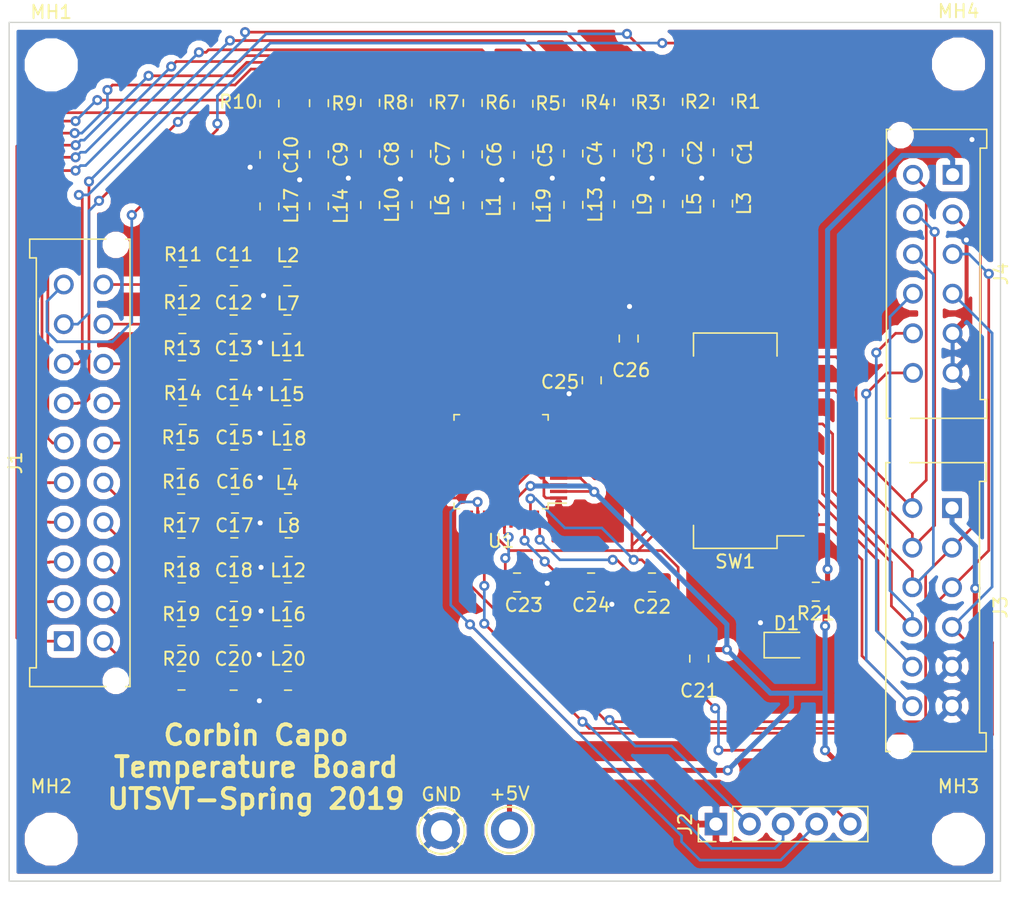
<source format=kicad_pcb>
(kicad_pcb (version 20171130) (host pcbnew "(5.0.0)")
  (layers (0 F.Cu signal) (31 B.Cu signal) (34 B.Paste user) (35 F.Paste user) (36 B.SilkS user) (37 F.SilkS user) (38 B.Mask user) (39 F.Mask user) (44 Edge.Cuts user))
  (net 0 "")
  (net 1 "Net-(C1-Pad1)")
  (net 2 GND)
  (net 3 "Net-(C2-Pad1)")
  (net 4 "Net-(C3-Pad1)")
  (net 5 "Net-(C4-Pad1)")
  (net 6 "Net-(C5-Pad1)")
  (net 7 "Net-(C6-Pad1)")
  (net 8 "Net-(C7-Pad1)")
  (net 9 "Net-(C8-Pad1)")
  (net 10 "Net-(C9-Pad1)")
  (net 11 "Net-(C10-Pad1)")
  (net 12 "Net-(C11-Pad1)")
  (net 13 "Net-(C12-Pad1)")
  (net 14 "Net-(C13-Pad1)")
  (net 15 "Net-(C14-Pad1)")
  (net 16 "Net-(C15-Pad1)")
  (net 17 "Net-(C16-Pad1)")
  (net 18 "Net-(C17-Pad1)")
  (net 19 "Net-(C18-Pad1)")
  (net 20 "Net-(C19-Pad1)")
  (net 21 "Net-(C20-Pad1)")
  (net 22 +5V)
  (net 23 "Net-(C22-Pad2)")
  (net 24 "Net-(C22-Pad1)")
  (net 25 "Net-(C23-Pad1)")
  (net 26 "Net-(C24-Pad1)")
  (net 27 "Net-(C25-Pad1)")
  (net 28 "Net-(C26-Pad1)")
  (net 29 /CH10_LPF)
  (net 30 /CH9_LPF)
  (net 31 /CH8_LPF)
  (net 32 /CH7_LPF)
  (net 33 /CH6_LPF)
  (net 34 /CH5_LPF)
  (net 35 /CH4_LPF)
  (net 36 /CH3_LPF)
  (net 37 /CH2_LPF)
  (net 38 /CH1_LPF)
  (net 39 /CH20_LPF)
  (net 40 /CH19_LPF)
  (net 41 /CH18_LPF)
  (net 42 /CH17_LPF)
  (net 43 /CH16_LPF)
  (net 44 /CH15_LPF)
  (net 45 /CH14_LPF)
  (net 46 /CH13_LPF)
  (net 47 /CH12_LPF)
  (net 48 /CH11_LPF)
  (net 49 /SCK)
  (net 50 /MOSI)
  (net 51 /MISO)
  (net 52 /CS1_OUT)
  (net 53 /CS1)
  (net 54 /CS2)
  (net 55 /CS3)
  (net 56 /CS4)
  (net 57 /CS5)
  (net 58 /CS6)
  (net 59 "Net-(L1-Pad1)")
  (net 60 "Net-(L2-Pad1)")
  (net 61 "Net-(L3-Pad1)")
  (net 62 "Net-(L4-Pad1)")
  (net 63 "Net-(L5-Pad1)")
  (net 64 "Net-(L6-Pad1)")
  (net 65 "Net-(L7-Pad1)")
  (net 66 "Net-(L8-Pad1)")
  (net 67 "Net-(L9-Pad1)")
  (net 68 "Net-(L10-Pad1)")
  (net 69 "Net-(L11-Pad1)")
  (net 70 "Net-(L12-Pad1)")
  (net 71 "Net-(L13-Pad1)")
  (net 72 "Net-(L14-Pad1)")
  (net 73 "Net-(L15-Pad1)")
  (net 74 "Net-(L16-Pad1)")
  (net 75 "Net-(L17-Pad1)")
  (net 76 "Net-(L18-Pad1)")
  (net 77 "Net-(L19-Pad1)")
  (net 78 "Net-(L20-Pad1)")
  (net 79 "Net-(U1-Pad37)")
  (net 80 "Net-(U1-Pad42)")
  (net 81 "Net-(D1-Pad2)")
  (module Connector_Molex:Molex_Micro-Fit_3.0_43045-2012_2x10_P3.00mm_Vertical (layer F.Cu) (at 64.135 116.84 90)
    (fp_text reference J1 (at 13.5 -3.67 90) (layer F.SilkS))
    (fp_text value Conn_02x10_Counter_Clockwise)
    (pad "" np_thru_hole circle (at -3 3.94 90) (size 1 1) (drill 1) (layers *.Cu *.Mask))
    (pad "" np_thru_hole circle (at 30 3.94 90) (size 1 1) (drill 1) (layers *.Cu *.Mask))
    (pad 1 thru_hole rect (at 0 0 90) (size 1.5 1.5) (drill 1) (layers *.Cu *.Mask) (net 29 /CH10_LPF))
    (pad 2 thru_hole circle (at 3 0 90) (size 1.5 1.5) (drill 1) (layers *.Cu *.Mask) (net 30 /CH9_LPF))
    (pad 3 thru_hole circle (at 6 0 90) (size 1.5 1.5) (drill 1) (layers *.Cu *.Mask) (net 31 /CH8_LPF))
    (pad 4 thru_hole circle (at 9 0 90) (size 1.5 1.5) (drill 1) (layers *.Cu *.Mask) (net 32 /CH7_LPF))
    (pad 5 thru_hole circle (at 12 0 90) (size 1.5 1.5) (drill 1) (layers *.Cu *.Mask) (net 33 /CH6_LPF))
    (pad 6 thru_hole circle (at 15 0 90) (size 1.5 1.5) (drill 1) (layers *.Cu *.Mask) (net 34 /CH5_LPF))
    (pad 7 thru_hole circle (at 18 0 90) (size 1.5 1.5) (drill 1) (layers *.Cu *.Mask) (net 35 /CH4_LPF))
    (pad 8 thru_hole circle (at 21 0 90) (size 1.5 1.5) (drill 1) (layers *.Cu *.Mask) (net 36 /CH3_LPF))
    (pad 9 thru_hole circle (at 24 0 90) (size 1.5 1.5) (drill 1) (layers *.Cu *.Mask) (net 37 /CH2_LPF))
    (pad 10 thru_hole circle (at 27 0 90) (size 1.5 1.5) (drill 1) (layers *.Cu *.Mask) (net 38 /CH1_LPF))
    (pad 11 thru_hole circle (at 0 3 90) (size 1.5 1.5) (drill 1) (layers *.Cu *.Mask) (net 39 /CH20_LPF))
    (pad 12 thru_hole circle (at 3 3 90) (size 1.5 1.5) (drill 1) (layers *.Cu *.Mask) (net 40 /CH19_LPF))
    (pad 13 thru_hole circle (at 6 3 90) (size 1.5 1.5) (drill 1) (layers *.Cu *.Mask) (net 41 /CH18_LPF))
    (pad 14 thru_hole circle (at 9 3 90) (size 1.5 1.5) (drill 1) (layers *.Cu *.Mask) (net 42 /CH17_LPF))
    (pad 15 thru_hole circle (at 12 3 90) (size 1.5 1.5) (drill 1) (layers *.Cu *.Mask) (net 43 /CH16_LPF))
    (pad 16 thru_hole circle (at 15 3 90) (size 1.5 1.5) (drill 1) (layers *.Cu *.Mask) (net 44 /CH15_LPF))
    (pad 17 thru_hole circle (at 18 3 90) (size 1.5 1.5) (drill 1) (layers *.Cu *.Mask) (net 45 /CH14_LPF))
    (pad 18 thru_hole circle (at 21 3 90) (size 1.5 1.5) (drill 1) (layers *.Cu *.Mask) (net 46 /CH13_LPF))
    (pad 19 thru_hole circle (at 24 3 90) (size 1.5 1.5) (drill 1) (layers *.Cu *.Mask) (net 47 /CH12_LPF))
    (pad 20 thru_hole circle (at 27 3 90) (size 1.5 1.5) (drill 1) (layers *.Cu *.Mask) (net 48 /CH11_LPF))
  )
  (module Capacitor_SMD:C_0805_2012Metric (layer F.Cu) (at 114.012919 79.836578 270)
    (fp_text reference C1 (at 0 -1.65 270) (layer F.SilkS))
    (fp_text value 1uF)
    (pad 1 smd roundrect (at -0.9375 0 270) (size 0.975 1.4) (layers F.Cu F.Paste F.Mask) (net 1 "Net-(C1-Pad1)"))
    (pad 2 smd roundrect (at 0.9375 0 270) (size 0.975 1.4) (layers F.Cu F.Paste F.Mask) (net 2 GND))
  )
  (module Capacitor_SMD:C_0805_2012Metric (layer F.Cu) (at 110.244335 79.870126 270)
    (fp_text reference C2 (at 0 -1.65 270) (layer F.SilkS))
    (fp_text value 1uF)
    (pad 2 smd roundrect (at 0.9375 0 270) (size 0.975 1.4) (layers F.Cu F.Paste F.Mask) (net 2 GND))
    (pad 1 smd roundrect (at -0.9375 0 270) (size 0.975 1.4) (layers F.Cu F.Paste F.Mask) (net 3 "Net-(C2-Pad1)"))
  )
  (module Capacitor_SMD:C_0805_2012Metric (layer F.Cu) (at 106.493542 79.897378 270)
    (fp_text reference C3 (at 0 -1.65 270) (layer F.SilkS))
    (fp_text value 1uF)
    (pad 1 smd roundrect (at -0.9375 0 270) (size 0.975 1.4) (layers F.Cu F.Paste F.Mask) (net 4 "Net-(C3-Pad1)"))
    (pad 2 smd roundrect (at 0.9375 0 270) (size 0.975 1.4) (layers F.Cu F.Paste F.Mask) (net 2 GND))
  )
  (module Capacitor_SMD:C_0805_2012Metric (layer F.Cu) (at 102.688987 79.923252 270)
    (fp_text reference C4 (at 0 -1.65 270) (layer F.SilkS))
    (fp_text value 1uF)
    (pad 2 smd roundrect (at 0.9375 0 270) (size 0.975 1.4) (layers F.Cu F.Paste F.Mask) (net 2 GND))
    (pad 1 smd roundrect (at -0.9375 0 270) (size 0.975 1.4) (layers F.Cu F.Paste F.Mask) (net 5 "Net-(C4-Pad1)"))
  )
  (module Capacitor_SMD:C_0805_2012Metric (layer F.Cu) (at 98.910883 80.0289 270)
    (fp_text reference C5 (at 0 -1.65 270) (layer F.SilkS))
    (fp_text value 1uF)
    (pad 1 smd roundrect (at -0.9375 0 270) (size 0.975 1.4) (layers F.Cu F.Paste F.Mask) (net 6 "Net-(C5-Pad1)"))
    (pad 2 smd roundrect (at 0.9375 0 270) (size 0.975 1.4) (layers F.Cu F.Paste F.Mask) (net 2 GND))
  )
  (module Capacitor_SMD:C_0805_2012Metric (layer F.Cu) (at 95.074009 79.986171 270)
    (fp_text reference C6 (at 0 -1.65 270) (layer F.SilkS))
    (fp_text value 1uF)
    (pad 2 smd roundrect (at 0.9375 0 270) (size 0.975 1.4) (layers F.Cu F.Paste F.Mask) (net 2 GND))
    (pad 1 smd roundrect (at -0.9375 0 270) (size 0.975 1.4) (layers F.Cu F.Paste F.Mask) (net 7 "Net-(C6-Pad1)"))
  )
  (module Capacitor_SMD:C_0805_2012Metric (layer F.Cu) (at 91.181793 79.948906 270)
    (fp_text reference C7 (at 0 -1.65 270) (layer F.SilkS))
    (fp_text value 1uF)
    (pad 1 smd roundrect (at -0.9375 0 270) (size 0.975 1.4) (layers F.Cu F.Paste F.Mask) (net 8 "Net-(C7-Pad1)"))
    (pad 2 smd roundrect (at 0.9375 0 270) (size 0.975 1.4) (layers F.Cu F.Paste F.Mask) (net 2 GND))
  )
  (module Capacitor_SMD:C_0805_2012Metric (layer F.Cu) (at 87.312479 79.950911 270)
    (fp_text reference C8 (at 0 -1.65 270) (layer F.SilkS))
    (fp_text value 1uF)
    (pad 2 smd roundrect (at 0.9375 0 270) (size 0.975 1.4) (layers F.Cu F.Paste F.Mask) (net 2 GND))
    (pad 1 smd roundrect (at -0.9375 0 270) (size 0.975 1.4) (layers F.Cu F.Paste F.Mask) (net 9 "Net-(C8-Pad1)"))
  )
  (module Capacitor_SMD:C_0805_2012Metric (layer F.Cu) (at 83.439835 79.986592 270)
    (fp_text reference C9 (at 0 -1.65 270) (layer F.SilkS))
    (fp_text value 1uF)
    (pad 1 smd roundrect (at -0.9375 0 270) (size 0.975 1.4) (layers F.Cu F.Paste F.Mask) (net 10 "Net-(C9-Pad1)"))
    (pad 2 smd roundrect (at 0.9375 0 270) (size 0.975 1.4) (layers F.Cu F.Paste F.Mask) (net 2 GND))
  )
  (module Capacitor_SMD:C_0805_2012Metric (layer F.Cu) (at 79.6925 80.025 270)
    (fp_text reference C10 (at 0 -1.65 270) (layer F.SilkS))
    (fp_text value 1uF)
    (pad 2 smd roundrect (at 0.9375 0 270) (size 0.975 1.4) (layers F.Cu F.Paste F.Mask) (net 2 GND))
    (pad 1 smd roundrect (at -0.9375 0 270) (size 0.975 1.4) (layers F.Cu F.Paste F.Mask) (net 11 "Net-(C10-Pad1)"))
  )
  (module Capacitor_SMD:C_0805_2012Metric (layer F.Cu) (at 77.0105 89.2175)
    (fp_text reference C11 (at 0 -1.65) (layer F.SilkS))
    (fp_text value 1uF)
    (pad 1 smd roundrect (at -0.9375 0) (size 0.975 1.4) (layers F.Cu F.Paste F.Mask) (net 12 "Net-(C11-Pad1)"))
    (pad 2 smd roundrect (at 0.9375 0) (size 0.975 1.4) (layers F.Cu F.Paste F.Mask) (net 2 GND))
  )
  (module Capacitor_SMD:C_0805_2012Metric (layer F.Cu) (at 76.9851 92.8624)
    (fp_text reference C12 (at 0 -1.65) (layer F.SilkS))
    (fp_text value 1uF)
    (pad 2 smd roundrect (at 0.9375 0) (size 0.975 1.4) (layers F.Cu F.Paste F.Mask) (net 2 GND))
    (pad 1 smd roundrect (at -0.9375 0) (size 0.975 1.4) (layers F.Cu F.Paste F.Mask) (net 13 "Net-(C12-Pad1)"))
  )
  (module Capacitor_SMD:C_0805_2012Metric (layer F.Cu) (at 76.9851 96.3168)
    (fp_text reference C13 (at 0 -1.65) (layer F.SilkS))
    (fp_text value 1uF)
    (pad 1 smd roundrect (at -0.9375 0) (size 0.975 1.4) (layers F.Cu F.Paste F.Mask) (net 14 "Net-(C13-Pad1)"))
    (pad 2 smd roundrect (at 0.9375 0) (size 0.975 1.4) (layers F.Cu F.Paste F.Mask) (net 2 GND))
  )
  (module Capacitor_SMD:C_0805_2012Metric (layer F.Cu) (at 77.0128 99.7204)
    (fp_text reference C14 (at 0 -1.65) (layer F.SilkS))
    (fp_text value 1uF)
    (pad 2 smd roundrect (at 0.9375 0) (size 0.975 1.4) (layers F.Cu F.Paste F.Mask) (net 2 GND))
    (pad 1 smd roundrect (at -0.9375 0) (size 0.975 1.4) (layers F.Cu F.Paste F.Mask) (net 15 "Net-(C14-Pad1)"))
  )
  (module Capacitor_SMD:C_0805_2012Metric (layer F.Cu) (at 77.0359 103.0732)
    (fp_text reference C15 (at 0 -1.65) (layer F.SilkS))
    (fp_text value 1uF)
    (pad 1 smd roundrect (at -0.9375 0) (size 0.975 1.4) (layers F.Cu F.Paste F.Mask) (net 16 "Net-(C15-Pad1)"))
    (pad 2 smd roundrect (at 0.9375 0) (size 0.975 1.4) (layers F.Cu F.Paste F.Mask) (net 2 GND))
  )
  (module Capacitor_SMD:C_0805_2012Metric (layer F.Cu) (at 77.0867 106.426)
    (fp_text reference C16 (at 0 -1.65) (layer F.SilkS))
    (fp_text value 1uF)
    (pad 2 smd roundrect (at 0.9375 0) (size 0.975 1.4) (layers F.Cu F.Paste F.Mask) (net 2 GND))
    (pad 1 smd roundrect (at -0.9375 0) (size 0.975 1.4) (layers F.Cu F.Paste F.Mask) (net 17 "Net-(C16-Pad1)"))
  )
  (module Capacitor_SMD:C_0805_2012Metric (layer F.Cu) (at 77.0359 109.728)
    (fp_text reference C17 (at 0 -1.65) (layer F.SilkS))
    (fp_text value 1uF)
    (pad 1 smd roundrect (at -0.9375 0) (size 0.975 1.4) (layers F.Cu F.Paste F.Mask) (net 18 "Net-(C17-Pad1)"))
    (pad 2 smd roundrect (at 0.9375 0) (size 0.975 1.4) (layers F.Cu F.Paste F.Mask) (net 2 GND))
  )
  (module Capacitor_SMD:C_0805_2012Metric (layer F.Cu) (at 77.0024 113.1189)
    (fp_text reference C18 (at 0 -1.65) (layer F.SilkS))
    (fp_text value 1uF)
    (pad 2 smd roundrect (at 0.9375 0) (size 0.975 1.4) (layers F.Cu F.Paste F.Mask) (net 2 GND))
    (pad 1 smd roundrect (at -0.9375 0) (size 0.975 1.4) (layers F.Cu F.Paste F.Mask) (net 19 "Net-(C18-Pad1)"))
  )
  (module Capacitor_SMD:C_0805_2012Metric (layer F.Cu) (at 76.9851 116.4336)
    (fp_text reference C19 (at 0 -1.65) (layer F.SilkS))
    (fp_text value 1uF)
    (pad 1 smd roundrect (at -0.9375 0) (size 0.975 1.4) (layers F.Cu F.Paste F.Mask) (net 20 "Net-(C19-Pad1)"))
    (pad 2 smd roundrect (at 0.9375 0) (size 0.975 1.4) (layers F.Cu F.Paste F.Mask) (net 2 GND))
  )
  (module Capacitor_SMD:C_0805_2012Metric (layer F.Cu) (at 76.9851 119.8372)
    (fp_text reference C20 (at 0 -1.65) (layer F.SilkS))
    (fp_text value 1uF)
    (pad 2 smd roundrect (at 0.9375 0) (size 0.975 1.4) (layers F.Cu F.Paste F.Mask) (net 2 GND))
    (pad 1 smd roundrect (at -0.9375 0) (size 0.975 1.4) (layers F.Cu F.Paste F.Mask) (net 21 "Net-(C20-Pad1)"))
  )
  (module Capacitor_SMD:C_0805_2012Metric (layer F.Cu) (at 112.2045 118.1585 90)
    (fp_text reference C21 (at -2.428 0 180) (layer F.SilkS))
    (fp_text value 0.1uF)
    (pad 1 smd roundrect (at -0.9375 0 90) (size 0.975 1.4) (layers F.Cu F.Paste F.Mask) (net 2 GND))
    (pad 2 smd roundrect (at 0.9375 0 90) (size 0.975 1.4) (layers F.Cu F.Paste F.Mask) (net 22 +5V))
  )
  (module Capacitor_SMD:C_0805_2012Metric (layer F.Cu) (at 108.6335 112.395)
    (fp_text reference C22 (at 0 1.8415) (layer F.SilkS))
    (fp_text value 10uF)
    (pad 2 smd roundrect (at 0.9375 0) (size 0.975 1.4) (layers F.Cu F.Paste F.Mask) (net 23 "Net-(C22-Pad2)"))
    (pad 1 smd roundrect (at -0.9375 0) (size 0.975 1.4) (layers F.Cu F.Paste F.Mask) (net 24 "Net-(C22-Pad1)"))
  )
  (module Capacitor_SMD:C_0805_2012Metric (layer F.Cu) (at 98.425 112.395)
    (fp_text reference C23 (at 0.508 1.7145) (layer F.SilkS))
    (fp_text value 10uF)
    (pad 1 smd roundrect (at -0.9375 0) (size 0.975 1.4) (layers F.Cu F.Paste F.Mask) (net 25 "Net-(C23-Pad1)"))
    (pad 2 smd roundrect (at 0.9375 0) (size 0.975 1.4) (layers F.Cu F.Paste F.Mask) (net 2 GND))
  )
  (module Capacitor_SMD:C_0805_2012Metric (layer F.Cu) (at 104.028 112.395)
    (fp_text reference C24 (at 0 1.7145) (layer F.SilkS))
    (fp_text value 10uF)
    (pad 1 smd roundrect (at -0.9375 0) (size 0.975 1.4) (layers F.Cu F.Paste F.Mask) (net 26 "Net-(C24-Pad1)"))
    (pad 2 smd roundrect (at 0.9375 0) (size 0.975 1.4) (layers F.Cu F.Paste F.Mask) (net 2 GND))
  )
  (module Capacitor_SMD:C_0805_2012Metric (layer F.Cu) (at 104.0765 97.0915 90)
    (fp_text reference C25 (at -0.127 -2.398 180) (layer F.SilkS))
    (fp_text value 1uF)
    (pad 2 smd roundrect (at 0.9375 0 90) (size 0.975 1.4) (layers F.Cu F.Paste F.Mask) (net 2 GND))
    (pad 1 smd roundrect (at -0.9375 0 90) (size 0.975 1.4) (layers F.Cu F.Paste F.Mask) (net 27 "Net-(C25-Pad1)"))
  )
  (module Capacitor_SMD:C_0805_2012Metric (layer F.Cu) (at 106.8705 93.9315 90)
    (fp_text reference C26 (at -2.398 0.1905 180) (layer F.SilkS))
    (fp_text value 1uF)
    (pad 2 smd roundrect (at 0.9375 0 90) (size 0.975 1.4) (layers F.Cu F.Paste F.Mask) (net 2 GND))
    (pad 1 smd roundrect (at -0.9375 0 90) (size 0.975 1.4) (layers F.Cu F.Paste F.Mask) (net 28 "Net-(C26-Pad1)"))
  )
  (module LED_SMD:LED_0805_2012Metric (layer F.Cu) (at 118.806001 117.135501)
    (fp_text reference D1 (at 0 -1.65) (layer F.SilkS))
    (fp_text value LED)
    (pad 1 smd roundrect (at -0.9375 0) (size 0.975 1.4) (layers F.Cu F.Paste F.Mask) (net 2 GND))
    (pad 2 smd roundrect (at 0.9375 0) (size 0.975 1.4) (layers F.Cu F.Paste F.Mask) (net 81 "Net-(D1-Pad2)"))
  )
  (module Connector_PinHeader_2.54mm:PinHeader_1x05_P2.54mm_Vertical (layer F.Cu) (at 113.4745 130.683 90)
    (fp_text reference J2 (at 0 -2.33 90) (layer F.SilkS))
    (fp_text value "Logic Analyzer")
    (pad 1 thru_hole rect (at 0 0 90) (size 1.7 1.7) (drill 1) (layers *.Cu *.Mask) (net 2 GND))
    (pad 2 thru_hole oval (at 0 2.54 90) (size 1.7 1.7) (drill 1) (layers *.Cu *.Mask) (net 49 /SCK))
    (pad 3 thru_hole oval (at 0 5.08 90) (size 1.7 1.7) (drill 1) (layers *.Cu *.Mask) (net 50 /MOSI))
    (pad 4 thru_hole oval (at 0 7.62 90) (size 1.7 1.7) (drill 1) (layers *.Cu *.Mask) (net 51 /MISO))
    (pad 5 thru_hole oval (at 0 10.16 90) (size 1.7 1.7) (drill 1) (layers *.Cu *.Mask) (net 52 /CS1_OUT))
  )
  (module UTSVT_Connectors:Molex_MicroFit3.0_2x6xP3.00mm_PolarizingPeg_Vertical (layer F.Cu) (at 131.3335 106.7605 270)
    (fp_text reference J3 (at 7.5 -3.67 270) (layer F.SilkS))
    (fp_text value Conn_02x06_Counter_Clockwise)
    (pad 12 thru_hole circle (at 15 3 270) (size 1.5 1.5) (drill 1) (layers *.Cu *.Mask) (net 53 /CS1))
    (pad 11 thru_hole circle (at 12 3 270) (size 1.5 1.5) (drill 1) (layers *.Cu *.Mask) (net 54 /CS2))
    (pad 10 thru_hole circle (at 9 3 270) (size 1.5 1.5) (drill 1) (layers *.Cu *.Mask) (net 55 /CS3))
    (pad 9 thru_hole circle (at 6 3 270) (size 1.5 1.5) (drill 1) (layers *.Cu *.Mask) (net 56 /CS4))
    (pad 8 thru_hole circle (at 3 3 270) (size 1.5 1.5) (drill 1) (layers *.Cu *.Mask) (net 57 /CS5))
    (pad 7 thru_hole circle (at 0 3 270) (size 1.5 1.5) (drill 1) (layers *.Cu *.Mask) (net 58 /CS6))
    (pad 6 thru_hole circle (at 15 0 270) (size 1.5 1.5) (drill 1) (layers *.Cu *.Mask) (net 2 GND))
    (pad 5 thru_hole circle (at 12 0 270) (size 1.5 1.5) (drill 1) (layers *.Cu *.Mask) (net 2 GND))
    (pad 4 thru_hole circle (at 9 0 270) (size 1.5 1.5) (drill 1) (layers *.Cu *.Mask) (net 51 /MISO))
    (pad 3 thru_hole circle (at 6 0 270) (size 1.5 1.5) (drill 1) (layers *.Cu *.Mask) (net 50 /MOSI))
    (pad 2 thru_hole circle (at 3 0 270) (size 1.5 1.5) (drill 1) (layers *.Cu *.Mask) (net 49 /SCK))
    (pad 1 thru_hole rect (at 0 0 270) (size 1.5 1.5) (drill 1) (layers *.Cu *.Mask) (net 22 +5V))
    (pad "" np_thru_hole circle (at 18 3.94 270) (size 1 1) (drill 1) (layers *.Cu *.Mask))
    (pad "" np_thru_hole circle (at -3 3.94 270) (size 1 1) (drill 1) (layers *.Cu *.Mask))
  )
  (module UTSVT_Connectors:Molex_MicroFit3.0_2x6xP3.00mm_PolarizingPeg_Vertical (layer F.Cu) (at 131.3815 81.534 270)
    (fp_text reference J4 (at 7.5 -3.67 270) (layer F.SilkS))
    (fp_text value Conn_02x06_Counter_Clockwise)
    (pad "" np_thru_hole circle (at -3 3.94 270) (size 1 1) (drill 1) (layers *.Cu *.Mask))
    (pad "" np_thru_hole circle (at 18 3.94 270) (size 1 1) (drill 1) (layers *.Cu *.Mask))
    (pad 1 thru_hole rect (at 0 0 270) (size 1.5 1.5) (drill 1) (layers *.Cu *.Mask) (net 22 +5V))
    (pad 2 thru_hole circle (at 3 0 270) (size 1.5 1.5) (drill 1) (layers *.Cu *.Mask) (net 49 /SCK))
    (pad 3 thru_hole circle (at 6 0 270) (size 1.5 1.5) (drill 1) (layers *.Cu *.Mask) (net 50 /MOSI))
    (pad 4 thru_hole circle (at 9 0 270) (size 1.5 1.5) (drill 1) (layers *.Cu *.Mask) (net 51 /MISO))
    (pad 5 thru_hole circle (at 12 0 270) (size 1.5 1.5) (drill 1) (layers *.Cu *.Mask) (net 2 GND))
    (pad 6 thru_hole circle (at 15 0 270) (size 1.5 1.5) (drill 1) (layers *.Cu *.Mask) (net 2 GND))
    (pad 7 thru_hole circle (at 0 3 270) (size 1.5 1.5) (drill 1) (layers *.Cu *.Mask) (net 58 /CS6))
    (pad 8 thru_hole circle (at 3 3 270) (size 1.5 1.5) (drill 1) (layers *.Cu *.Mask) (net 57 /CS5))
    (pad 9 thru_hole circle (at 6 3 270) (size 1.5 1.5) (drill 1) (layers *.Cu *.Mask) (net 56 /CS4))
    (pad 10 thru_hole circle (at 9 3 270) (size 1.5 1.5) (drill 1) (layers *.Cu *.Mask) (net 55 /CS3))
    (pad 11 thru_hole circle (at 12 3 270) (size 1.5 1.5) (drill 1) (layers *.Cu *.Mask) (net 54 /CS2))
    (pad 12 thru_hole circle (at 15 3 270) (size 1.5 1.5) (drill 1) (layers *.Cu *.Mask) (net 53 /CS1))
  )
  (module Inductor_SMD:L_0805_2012Metric (layer F.Cu) (at 95.074009 83.844671 90)
    (fp_text reference L1 (at -0.015 1.5875 90) (layer F.SilkS))
    (fp_text value Ferrite_Bead)
    (pad 1 smd roundrect (at -0.9375 0 90) (size 0.975 1.4) (layers F.Cu F.Paste F.Mask) (net 59 "Net-(L1-Pad1)"))
    (pad 2 smd roundrect (at 0.9375 0 90) (size 0.975 1.4) (layers F.Cu F.Paste F.Mask) (net 7 "Net-(C6-Pad1)"))
  )
  (module Inductor_SMD:L_0805_2012Metric (layer F.Cu) (at 81.041 89.2175 180)
    (fp_text reference L2 (at -0.0485 1.5875 180) (layer F.SilkS))
    (fp_text value Ferrite_Bead)
    (pad 1 smd roundrect (at -0.9375 0 180) (size 0.975 1.4) (layers F.Cu F.Paste F.Mask) (net 60 "Net-(L2-Pad1)"))
    (pad 2 smd roundrect (at 0.9375 0 180) (size 0.975 1.4) (layers F.Cu F.Paste F.Mask) (net 12 "Net-(C11-Pad1)"))
  )
  (module Inductor_SMD:L_0805_2012Metric (layer F.Cu) (at 114.012919 83.710078 90)
    (fp_text reference L3 (at 0 1.5875 90) (layer F.SilkS))
    (fp_text value Ferrite_Bead)
    (pad 2 smd roundrect (at 0.9375 0 90) (size 0.975 1.4) (layers F.Cu F.Paste F.Mask) (net 1 "Net-(C1-Pad1)"))
    (pad 1 smd roundrect (at -0.9375 0 90) (size 0.975 1.4) (layers F.Cu F.Paste F.Mask) (net 61 "Net-(L3-Pad1)"))
  )
  (module Inductor_SMD:L_0805_2012Metric (layer F.Cu) (at 81.0999 106.426 180)
    (fp_text reference L4 (at 0.0739 1.5748 180) (layer F.SilkS))
    (fp_text value Ferrite_Bead)
    (pad 2 smd roundrect (at 0.9375 0 180) (size 0.975 1.4) (layers F.Cu F.Paste F.Mask) (net 17 "Net-(C16-Pad1)"))
    (pad 1 smd roundrect (at -0.9375 0 180) (size 0.975 1.4) (layers F.Cu F.Paste F.Mask) (net 62 "Net-(L4-Pad1)"))
  )
  (module Inductor_SMD:L_0805_2012Metric (layer F.Cu) (at 110.244335 83.743626 90)
    (fp_text reference L5 (at 0 1.5875 90) (layer F.SilkS))
    (fp_text value Ferrite_Bead)
    (pad 2 smd roundrect (at 0.9375 0 90) (size 0.975 1.4) (layers F.Cu F.Paste F.Mask) (net 3 "Net-(C2-Pad1)"))
    (pad 1 smd roundrect (at -0.9375 0 90) (size 0.975 1.4) (layers F.Cu F.Paste F.Mask) (net 63 "Net-(L5-Pad1)"))
  )
  (module Inductor_SMD:L_0805_2012Metric (layer F.Cu) (at 91.181793 83.807406 90)
    (fp_text reference L6 (at 0 1.5875 90) (layer F.SilkS))
    (fp_text value Ferrite_Bead)
    (pad 1 smd roundrect (at -0.9375 0 90) (size 0.975 1.4) (layers F.Cu F.Paste F.Mask) (net 64 "Net-(L6-Pad1)"))
    (pad 2 smd roundrect (at 0.9375 0 90) (size 0.975 1.4) (layers F.Cu F.Paste F.Mask) (net 8 "Net-(C7-Pad1)"))
  )
  (module Inductor_SMD:L_0805_2012Metric (layer F.Cu) (at 81.0491 92.8624 180)
    (fp_text reference L7 (at -0.0485 1.5875 180) (layer F.SilkS))
    (fp_text value Ferrite_Bead)
    (pad 1 smd roundrect (at -0.9375 0 180) (size 0.975 1.4) (layers F.Cu F.Paste F.Mask) (net 65 "Net-(L7-Pad1)"))
    (pad 2 smd roundrect (at 0.9375 0 180) (size 0.975 1.4) (layers F.Cu F.Paste F.Mask) (net 13 "Net-(C12-Pad1)"))
  )
  (module Inductor_SMD:L_0805_2012Metric (layer F.Cu) (at 81.1507 109.728 180)
    (fp_text reference L8 (at 0 1.6256 180) (layer F.SilkS))
    (fp_text value Ferrite_Bead)
    (pad 1 smd roundrect (at -0.9375 0 180) (size 0.975 1.4) (layers F.Cu F.Paste F.Mask) (net 66 "Net-(L8-Pad1)"))
    (pad 2 smd roundrect (at 0.9375 0 180) (size 0.975 1.4) (layers F.Cu F.Paste F.Mask) (net 18 "Net-(C17-Pad1)"))
  )
  (module Inductor_SMD:L_0805_2012Metric (layer F.Cu) (at 106.493542 83.770878 90)
    (fp_text reference L9 (at 0.015 1.5875 90) (layer F.SilkS))
    (fp_text value Ferrite_Bead)
    (pad 2 smd roundrect (at 0.9375 0 90) (size 0.975 1.4) (layers F.Cu F.Paste F.Mask) (net 4 "Net-(C3-Pad1)"))
    (pad 1 smd roundrect (at -0.9375 0 90) (size 0.975 1.4) (layers F.Cu F.Paste F.Mask) (net 67 "Net-(L9-Pad1)"))
  )
  (module Inductor_SMD:L_0805_2012Metric (layer F.Cu) (at 87.312479 83.824411 90)
    (fp_text reference L10 (at 0 1.651 90) (layer F.SilkS))
    (fp_text value Ferrite_Bead)
    (pad 2 smd roundrect (at 0.9375 0 90) (size 0.975 1.4) (layers F.Cu F.Paste F.Mask) (net 9 "Net-(C8-Pad1)"))
    (pad 1 smd roundrect (at -0.9375 0 90) (size 0.975 1.4) (layers F.Cu F.Paste F.Mask) (net 68 "Net-(L10-Pad1)"))
  )
  (module Inductor_SMD:L_0805_2012Metric (layer F.Cu) (at 81.0537 96.3168 180)
    (fp_text reference L11 (at -0.0231 1.5748 180) (layer F.SilkS))
    (fp_text value Ferrite_Bead)
    (pad 1 smd roundrect (at -0.9375 0 180) (size 0.975 1.4) (layers F.Cu F.Paste F.Mask) (net 69 "Net-(L11-Pad1)"))
    (pad 2 smd roundrect (at 0.9375 0 180) (size 0.975 1.4) (layers F.Cu F.Paste F.Mask) (net 14 "Net-(C13-Pad1)"))
  )
  (module Inductor_SMD:L_0805_2012Metric (layer F.Cu) (at 81.0999 113.1316 180)
    (fp_text reference L12 (at 0 1.651 180) (layer F.SilkS))
    (fp_text value Ferrite_Bead)
    (pad 2 smd roundrect (at 0.9375 0 180) (size 0.975 1.4) (layers F.Cu F.Paste F.Mask) (net 19 "Net-(C18-Pad1)"))
    (pad 1 smd roundrect (at -0.9375 0 180) (size 0.975 1.4) (layers F.Cu F.Paste F.Mask) (net 70 "Net-(L12-Pad1)"))
  )
  (module Inductor_SMD:L_0805_2012Metric (layer F.Cu) (at 102.688987 83.811752 90)
    (fp_text reference L13 (at 0 1.651 90) (layer F.SilkS))
    (fp_text value Ferrite_Bead)
    (pad 2 smd roundrect (at 0.9375 0 90) (size 0.975 1.4) (layers F.Cu F.Paste F.Mask) (net 5 "Net-(C4-Pad1)"))
    (pad 1 smd roundrect (at -0.9375 0 90) (size 0.975 1.4) (layers F.Cu F.Paste F.Mask) (net 71 "Net-(L13-Pad1)"))
  )
  (module Inductor_SMD:L_0805_2012Metric (layer F.Cu) (at 83.439835 83.908592 90)
    (fp_text reference L14 (at 0 1.651 90) (layer F.SilkS))
    (fp_text value Ferrite_Bead)
    (pad 2 smd roundrect (at 0.9375 0 90) (size 0.975 1.4) (layers F.Cu F.Paste F.Mask) (net 10 "Net-(C9-Pad1)"))
    (pad 1 smd roundrect (at -0.9375 0 90) (size 0.975 1.4) (layers F.Cu F.Paste F.Mask) (net 72 "Net-(L14-Pad1)"))
  )
  (module Inductor_SMD:L_0805_2012Metric (layer F.Cu) (at 81.0491 99.7204 180)
    (fp_text reference L15 (at 0.0508 1.5748 180) (layer F.SilkS))
    (fp_text value Ferrite_Bead)
    (pad 1 smd roundrect (at -0.9375 0 180) (size 0.975 1.4) (layers F.Cu F.Paste F.Mask) (net 73 "Net-(L15-Pad1)"))
    (pad 2 smd roundrect (at 0.9375 0 180) (size 0.975 1.4) (layers F.Cu F.Paste F.Mask) (net 15 "Net-(C14-Pad1)"))
  )
  (module Inductor_SMD:L_0805_2012Metric (layer F.Cu) (at 81.0999 116.4336 180)
    (fp_text reference L16 (at 0 1.6256 180) (layer F.SilkS))
    (fp_text value Ferrite_Bead)
    (pad 1 smd roundrect (at -0.9375 0 180) (size 0.975 1.4) (layers F.Cu F.Paste F.Mask) (net 74 "Net-(L16-Pad1)"))
    (pad 2 smd roundrect (at 0.9375 0 180) (size 0.975 1.4) (layers F.Cu F.Paste F.Mask) (net 20 "Net-(C19-Pad1)"))
  )
  (module Inductor_SMD:L_0805_2012Metric (layer F.Cu) (at 79.6925 83.932 90)
    (fp_text reference L17 (at 0.0485 1.651 90) (layer F.SilkS))
    (fp_text value Ferrite_Bead)
    (pad 1 smd roundrect (at -0.9375 0 90) (size 0.975 1.4) (layers F.Cu F.Paste F.Mask) (net 75 "Net-(L17-Pad1)"))
    (pad 2 smd roundrect (at 0.9375 0 90) (size 0.975 1.4) (layers F.Cu F.Paste F.Mask) (net 11 "Net-(C10-Pad1)"))
  )
  (module Inductor_SMD:L_0805_2012Metric (layer F.Cu) (at 81.0491 103.0732 180)
    (fp_text reference L18 (at -0.1016 1.5748 180) (layer F.SilkS))
    (fp_text value Ferrite_Bead)
    (pad 1 smd roundrect (at -0.9375 0 180) (size 0.975 1.4) (layers F.Cu F.Paste F.Mask) (net 76 "Net-(L18-Pad1)"))
    (pad 2 smd roundrect (at 0.9375 0 180) (size 0.975 1.4) (layers F.Cu F.Paste F.Mask) (net 16 "Net-(C15-Pad1)"))
  )
  (module Inductor_SMD:L_0805_2012Metric (layer F.Cu) (at 98.910883 83.8874 90)
    (fp_text reference L19 (at 0 1.524 90) (layer F.SilkS))
    (fp_text value Ferrite_Bead)
    (pad 2 smd roundrect (at 0.9375 0 90) (size 0.975 1.4) (layers F.Cu F.Paste F.Mask) (net 6 "Net-(C5-Pad1)"))
    (pad 1 smd roundrect (at -0.9375 0 90) (size 0.975 1.4) (layers F.Cu F.Paste F.Mask) (net 77 "Net-(L19-Pad1)"))
  )
  (module Inductor_SMD:L_0805_2012Metric (layer F.Cu) (at 81.0999 119.8372 180)
    (fp_text reference L20 (at 0 1.6637) (layer F.SilkS))
    (fp_text value Ferrite_Bead)
    (pad 2 smd roundrect (at 0.9375 0 180) (size 0.975 1.4) (layers F.Cu F.Paste F.Mask) (net 21 "Net-(C20-Pad1)"))
    (pad 1 smd roundrect (at -0.9375 0 180) (size 0.975 1.4) (layers F.Cu F.Paste F.Mask) (net 78 "Net-(L20-Pad1)"))
  )
  (module MountingHole:MountingHole_3mm (layer F.Cu) (at 63.1825 73.2155)
    (fp_text reference MH1 (at 0 -4) (layer F.SilkS))
    (fp_text value MountingHole)
    (pad 1 np_thru_hole circle (at 0 0) (size 3 3) (drill 3) (layers *.Cu *.Mask))
  )
  (module MountingHole:MountingHole_3mm (layer F.Cu) (at 63.1825 131.826)
    (fp_text reference MH2 (at 0 -4) (layer F.SilkS))
    (fp_text value MountingHole)
    (pad 1 np_thru_hole circle (at 0 0) (size 3 3) (drill 3) (layers *.Cu *.Mask))
  )
  (module MountingHole:MountingHole_3mm (layer F.Cu) (at 131.826 131.826)
    (fp_text reference MH3 (at 0 -4) (layer F.SilkS))
    (fp_text value MountingHole)
    (pad 1 np_thru_hole circle (at 0 0) (size 3 3) (drill 3) (layers *.Cu *.Mask))
  )
  (module MountingHole:MountingHole_3mm (layer F.Cu) (at 131.826 73.152)
    (fp_text reference MH4 (at 0 -4) (layer F.SilkS))
    (fp_text value MountingHole)
    (pad 1 np_thru_hole circle (at 0 0) (size 3 3) (drill 3) (layers *.Cu *.Mask))
  )
  (module Resistor_SMD:R_0805_2012Metric (layer F.Cu) (at 114.012919 75.978078 270)
    (fp_text reference R1 (at 0.031422 -1.874581) (layer F.SilkS))
    (fp_text value 1k)
    (pad 2 smd roundrect (at 0.9375 0 270) (size 0.975 1.4) (layers F.Cu F.Paste F.Mask) (net 1 "Net-(C1-Pad1)"))
    (pad 1 smd roundrect (at -0.9375 0 270) (size 0.975 1.4) (layers F.Cu F.Paste F.Mask) (net 38 /CH1_LPF))
  )
  (module Resistor_SMD:R_0805_2012Metric (layer F.Cu) (at 110.244335 76.011626 270)
    (fp_text reference R2 (at -0.002126 -1.833165) (layer F.SilkS))
    (fp_text value 1k)
    (pad 1 smd roundrect (at -0.9375 0 270) (size 0.975 1.4) (layers F.Cu F.Paste F.Mask) (net 37 /CH2_LPF))
    (pad 2 smd roundrect (at 0.9375 0 270) (size 0.975 1.4) (layers F.Cu F.Paste F.Mask) (net 3 "Net-(C2-Pad1)"))
  )
  (module Resistor_SMD:R_0805_2012Metric (layer F.Cu) (at 106.493542 76.038878 270)
    (fp_text reference R3 (at 0.034122 -1.837458) (layer F.SilkS))
    (fp_text value 1k)
    (pad 2 smd roundrect (at 0.9375 0 270) (size 0.975 1.4) (layers F.Cu F.Paste F.Mask) (net 4 "Net-(C3-Pad1)"))
    (pad 1 smd roundrect (at -0.9375 0 270) (size 0.975 1.4) (layers F.Cu F.Paste F.Mask) (net 36 /CH3_LPF))
  )
  (module Resistor_SMD:R_0805_2012Metric (layer F.Cu) (at 102.688987 76.079752 270)
    (fp_text reference R4 (at -0.006752 -1.832013) (layer F.SilkS))
    (fp_text value 1k)
    (pad 2 smd roundrect (at 0.9375 0 270) (size 0.975 1.4) (layers F.Cu F.Paste F.Mask) (net 5 "Net-(C4-Pad1)"))
    (pad 1 smd roundrect (at -0.9375 0 270) (size 0.975 1.4) (layers F.Cu F.Paste F.Mask) (net 35 /CH4_LPF))
  )
  (module Resistor_SMD:R_0805_2012Metric (layer F.Cu) (at 98.910883 76.1554 270)
    (fp_text reference R5 (at -0.0189 -1.863617) (layer F.SilkS))
    (fp_text value 1k)
    (pad 1 smd roundrect (at -0.9375 0 270) (size 0.975 1.4) (layers F.Cu F.Paste F.Mask) (net 34 /CH5_LPF))
    (pad 2 smd roundrect (at 0.9375 0 270) (size 0.975 1.4) (layers F.Cu F.Paste F.Mask) (net 6 "Net-(C5-Pad1)"))
  )
  (module Resistor_SMD:R_0805_2012Metric (layer F.Cu) (at 95.074009 76.097671 270)
    (fp_text reference R6 (at -0.024671 -1.890491) (layer F.SilkS))
    (fp_text value 1k)
    (pad 1 smd roundrect (at -0.9375 0 270) (size 0.975 1.4) (layers F.Cu F.Paste F.Mask) (net 33 /CH6_LPF))
    (pad 2 smd roundrect (at 0.9375 0 270) (size 0.975 1.4) (layers F.Cu F.Paste F.Mask) (net 7 "Net-(C6-Pad1)"))
  )
  (module Resistor_SMD:R_0805_2012Metric (layer F.Cu) (at 91.181793 76.075406 270)
    (fp_text reference R7 (at -0.002406 -1.909207) (layer F.SilkS))
    (fp_text value 1k)
    (pad 1 smd roundrect (at -0.9375 0 270) (size 0.975 1.4) (layers F.Cu F.Paste F.Mask) (net 32 /CH7_LPF))
    (pad 2 smd roundrect (at 0.9375 0 270) (size 0.975 1.4) (layers F.Cu F.Paste F.Mask) (net 8 "Net-(C7-Pad1)"))
  )
  (module Resistor_SMD:R_0805_2012Metric (layer F.Cu) (at 87.312479 76.092411 270)
    (fp_text reference R8 (at -0.019411 -1.905021) (layer F.SilkS))
    (fp_text value 1k)
    (pad 1 smd roundrect (at -0.9375 0 270) (size 0.975 1.4) (layers F.Cu F.Paste F.Mask) (net 31 /CH8_LPF))
    (pad 2 smd roundrect (at 0.9375 0 270) (size 0.975 1.4) (layers F.Cu F.Paste F.Mask) (net 9 "Net-(C8-Pad1)"))
  )
  (module Resistor_SMD:R_0805_2012Metric (layer F.Cu) (at 83.439835 76.113092 270)
    (fp_text reference R9 (at 0.023408 -1.904165) (layer F.SilkS))
    (fp_text value 1k)
    (pad 2 smd roundrect (at 0.9375 0 270) (size 0.975 1.4) (layers F.Cu F.Paste F.Mask) (net 10 "Net-(C9-Pad1)"))
    (pad 1 smd roundrect (at -0.9375 0 270) (size 0.975 1.4) (layers F.Cu F.Paste F.Mask) (net 30 /CH9_LPF))
  )
  (module Resistor_SMD:R_0805_2012Metric (layer F.Cu) (at 79.6925 76.1365 270)
    (fp_text reference R10 (at -0.127 2.3495) (layer F.SilkS))
    (fp_text value 1k)
    (pad 2 smd roundrect (at 0.9375 0 270) (size 0.975 1.4) (layers F.Cu F.Paste F.Mask) (net 11 "Net-(C10-Pad1)"))
    (pad 1 smd roundrect (at -0.9375 0 270) (size 0.975 1.4) (layers F.Cu F.Paste F.Mask) (net 29 /CH10_LPF))
  )
  (module Resistor_SMD:R_0805_2012Metric (layer F.Cu) (at 73.152 89.2175)
    (fp_text reference R11 (at 0 -1.65) (layer F.SilkS))
    (fp_text value 1k)
    (pad 1 smd roundrect (at -0.9375 0) (size 0.975 1.4) (layers F.Cu F.Paste F.Mask) (net 48 /CH11_LPF))
    (pad 2 smd roundrect (at 0.9375 0) (size 0.975 1.4) (layers F.Cu F.Paste F.Mask) (net 12 "Net-(C11-Pad1)"))
  )
  (module Resistor_SMD:R_0805_2012Metric (layer F.Cu) (at 73.1035 92.837)
    (fp_text reference R12 (at 0 -1.65) (layer F.SilkS))
    (fp_text value 1k)
    (pad 2 smd roundrect (at 0.9375 0) (size 0.975 1.4) (layers F.Cu F.Paste F.Mask) (net 13 "Net-(C12-Pad1)"))
    (pad 1 smd roundrect (at -0.9375 0) (size 0.975 1.4) (layers F.Cu F.Paste F.Mask) (net 47 /CH12_LPF))
  )
  (module Resistor_SMD:R_0805_2012Metric (layer F.Cu) (at 73.0781 96.3168)
    (fp_text reference R13 (at 0 -1.65) (layer F.SilkS))
    (fp_text value 1k)
    (pad 1 smd roundrect (at -0.9375 0) (size 0.975 1.4) (layers F.Cu F.Paste F.Mask) (net 46 /CH13_LPF))
    (pad 2 smd roundrect (at 0.9375 0) (size 0.975 1.4) (layers F.Cu F.Paste F.Mask) (net 14 "Net-(C13-Pad1)"))
  )
  (module Resistor_SMD:R_0805_2012Metric (layer F.Cu) (at 73.1289 99.7204)
    (fp_text reference R14 (at 0 -1.65) (layer F.SilkS))
    (fp_text value 1k)
    (pad 2 smd roundrect (at 0.9375 0) (size 0.975 1.4) (layers F.Cu F.Paste F.Mask) (net 15 "Net-(C14-Pad1)"))
    (pad 1 smd roundrect (at -0.9375 0) (size 0.975 1.4) (layers F.Cu F.Paste F.Mask) (net 45 /CH14_LPF))
  )
  (module Resistor_SMD:R_0805_2012Metric (layer F.Cu) (at 72.9765 103.0732)
    (fp_text reference R15 (at 0 -1.65) (layer F.SilkS))
    (fp_text value 1k)
    (pad 1 smd roundrect (at -0.9375 0) (size 0.975 1.4) (layers F.Cu F.Paste F.Mask) (net 44 /CH15_LPF))
    (pad 2 smd roundrect (at 0.9375 0) (size 0.975 1.4) (layers F.Cu F.Paste F.Mask) (net 16 "Net-(C15-Pad1)"))
  )
  (module Resistor_SMD:R_0805_2012Metric (layer F.Cu) (at 73.0123 106.426)
    (fp_text reference R16 (at 0 -1.65) (layer F.SilkS))
    (fp_text value 1k)
    (pad 2 smd roundrect (at 0.9375 0) (size 0.975 1.4) (layers F.Cu F.Paste F.Mask) (net 17 "Net-(C16-Pad1)"))
    (pad 1 smd roundrect (at -0.9375 0) (size 0.975 1.4) (layers F.Cu F.Paste F.Mask) (net 43 /CH16_LPF))
  )
  (module Resistor_SMD:R_0805_2012Metric (layer F.Cu) (at 73.0273 109.7407)
    (fp_text reference R17 (at 0 -1.65) (layer F.SilkS))
    (fp_text value 1k)
    (pad 1 smd roundrect (at -0.9375 0) (size 0.975 1.4) (layers F.Cu F.Paste F.Mask) (net 42 /CH17_LPF))
    (pad 2 smd roundrect (at 0.9375 0) (size 0.975 1.4) (layers F.Cu F.Paste F.Mask) (net 18 "Net-(C17-Pad1)"))
  )
  (module Resistor_SMD:R_0805_2012Metric (layer F.Cu) (at 73.0504 113.1316)
    (fp_text reference R18 (at 0 -1.65) (layer F.SilkS))
    (fp_text value 1k)
    (pad 2 smd roundrect (at 0.9375 0) (size 0.975 1.4) (layers F.Cu F.Paste F.Mask) (net 19 "Net-(C18-Pad1)"))
    (pad 1 smd roundrect (at -0.9375 0) (size 0.975 1.4) (layers F.Cu F.Paste F.Mask) (net 41 /CH18_LPF))
  )
  (module Resistor_SMD:R_0805_2012Metric (layer F.Cu) (at 73.025 116.4463)
    (fp_text reference R19 (at 0 -1.65) (layer F.SilkS))
    (fp_text value 1k)
    (pad 1 smd roundrect (at -0.9375 0) (size 0.975 1.4) (layers F.Cu F.Paste F.Mask) (net 40 /CH19_LPF))
    (pad 2 smd roundrect (at 0.9375 0) (size 0.975 1.4) (layers F.Cu F.Paste F.Mask) (net 20 "Net-(C19-Pad1)"))
  )
  (module Resistor_SMD:R_0805_2012Metric (layer F.Cu) (at 73.04 119.8245)
    (fp_text reference R20 (at 0 -1.65) (layer F.SilkS))
    (fp_text value 1k)
    (pad 2 smd roundrect (at 0.9375 0) (size 0.975 1.4) (layers F.Cu F.Paste F.Mask) (net 21 "Net-(C20-Pad1)"))
    (pad 1 smd roundrect (at -0.9375 0) (size 0.975 1.4) (layers F.Cu F.Paste F.Mask) (net 39 /CH20_LPF))
  )
  (module Button_Switch_SMD:SW_DIP_SPSTx06_Slide_Omron_A6S-610x_W8.9mm_P2.54mm (layer F.Cu) (at 114.935 101.6635 180)
    (fp_text reference SW1 (at 0 -9.15 180) (layer F.SilkS))
    (fp_text value SW_DIP_x06)
    (pad 1 smd rect (at -4.45 -6.35 180) (size 1.5 1.1) (layers F.Cu F.Paste F.Mask) (net 53 /CS1))
    (pad 7 smd rect (at 4.45 6.35 180) (size 1.5 1.1) (layers F.Cu F.Paste F.Mask) (net 52 /CS1_OUT))
    (pad 2 smd rect (at -4.45 -3.81 180) (size 1.5 1.1) (layers F.Cu F.Paste F.Mask) (net 54 /CS2))
    (pad 8 smd rect (at 4.45 3.81 180) (size 1.5 1.1) (layers F.Cu F.Paste F.Mask) (net 52 /CS1_OUT))
    (pad 3 smd rect (at -4.45 -1.27 180) (size 1.5 1.1) (layers F.Cu F.Paste F.Mask) (net 55 /CS3))
    (pad 9 smd rect (at 4.45 1.27 180) (size 1.5 1.1) (layers F.Cu F.Paste F.Mask) (net 52 /CS1_OUT))
    (pad 4 smd rect (at -4.45 1.27 180) (size 1.5 1.1) (layers F.Cu F.Paste F.Mask) (net 56 /CS4))
    (pad 10 smd rect (at 4.45 -1.27 180) (size 1.5 1.1) (layers F.Cu F.Paste F.Mask) (net 52 /CS1_OUT))
    (pad 5 smd rect (at -4.45 3.81 180) (size 1.5 1.1) (layers F.Cu F.Paste F.Mask) (net 57 /CS5))
    (pad 11 smd rect (at 4.45 -3.81 180) (size 1.5 1.1) (layers F.Cu F.Paste F.Mask) (net 52 /CS1_OUT))
    (pad 6 smd rect (at -4.45 6.35 180) (size 1.5 1.1) (layers F.Cu F.Paste F.Mask) (net 58 /CS6))
    (pad 12 smd rect (at 4.45 -6.35 180) (size 1.5 1.1) (layers F.Cu F.Paste F.Mask) (net 52 /CS1_OUT))
  )
  (module TestPoint:TestPoint_Keystone_5005-5009_Compact (layer F.Cu) (at 97.8535 131.1275)
    (fp_text reference +5V (at 0 -2.75) (layer F.SilkS))
    (fp_text value TestPoint)
    (pad 1 thru_hole circle (at 0 0) (size 2.8 2.8) (drill 1.6) (layers *.Cu *.Mask) (net 22 +5V))
  )
  (module TestPoint:TestPoint_Keystone_5005-5009_Compact (layer F.Cu) (at 92.71 131.191)
    (fp_text reference GND (at 0 -2.75) (layer F.SilkS))
    (fp_text value TestPoint)
    (pad 1 thru_hole circle (at 0 0) (size 2.8 2.8) (drill 1.6) (layers *.Cu *.Mask) (net 2 GND))
  )
  (module Package_QFP:LQFP-48_7x7mm_P0.5mm (layer F.Cu) (at 97.2185 103.251 180)
    (fp_text reference U1 (at 0 -6 180) (layer F.SilkS))
    (fp_text value LTC2983)
    (pad 1 smd rect (at -4.35 -2.75 180) (size 1.3 0.25) (layers F.Cu F.Paste F.Mask) (net 2 GND))
    (pad 2 smd rect (at -4.35 -2.25 180) (size 1.3 0.25) (layers F.Cu F.Paste F.Mask) (net 22 +5V))
    (pad 3 smd rect (at -4.35 -1.75 180) (size 1.3 0.25) (layers F.Cu F.Paste F.Mask) (net 2 GND))
    (pad 4 smd rect (at -4.35 -1.25 180) (size 1.3 0.25) (layers F.Cu F.Paste F.Mask) (net 22 +5V))
    (pad 5 smd rect (at -4.35 -0.75 180) (size 1.3 0.25) (layers F.Cu F.Paste F.Mask) (net 2 GND))
    (pad 6 smd rect (at -4.35 -0.25 180) (size 1.3 0.25) (layers F.Cu F.Paste F.Mask) (net 22 +5V))
    (pad 7 smd rect (at -4.35 0.25 180) (size 1.3 0.25) (layers F.Cu F.Paste F.Mask) (net 2 GND))
    (pad 8 smd rect (at -4.35 0.75 180) (size 1.3 0.25) (layers F.Cu F.Paste F.Mask) (net 22 +5V))
    (pad 9 smd rect (at -4.35 1.25 180) (size 1.3 0.25) (layers F.Cu F.Paste F.Mask) (net 2 GND))
    (pad 10 smd rect (at -4.35 1.75 180) (size 1.3 0.25) (layers F.Cu F.Paste F.Mask))
    (pad 11 smd rect (at -4.35 2.25 180) (size 1.3 0.25) (layers F.Cu F.Paste F.Mask) (net 27 "Net-(C25-Pad1)"))
    (pad 12 smd rect (at -4.35 2.75 180) (size 1.3 0.25) (layers F.Cu F.Paste F.Mask) (net 2 GND))
    (pad 13 smd rect (at -2.75 4.35 270) (size 1.3 0.25) (layers F.Cu F.Paste F.Mask) (net 28 "Net-(C26-Pad1)"))
    (pad 14 smd rect (at -2.25 4.35 270) (size 1.3 0.25) (layers F.Cu F.Paste F.Mask) (net 28 "Net-(C26-Pad1)"))
    (pad 15 smd rect (at -1.75 4.35 270) (size 1.3 0.25) (layers F.Cu F.Paste F.Mask) (net 2 GND))
    (pad 16 smd rect (at -1.25 4.35 270) (size 1.3 0.25) (layers F.Cu F.Paste F.Mask) (net 61 "Net-(L3-Pad1)"))
    (pad 17 smd rect (at -0.75 4.35 270) (size 1.3 0.25) (layers F.Cu F.Paste F.Mask) (net 63 "Net-(L5-Pad1)"))
    (pad 18 smd rect (at -0.25 4.35 270) (size 1.3 0.25) (layers F.Cu F.Paste F.Mask) (net 67 "Net-(L9-Pad1)"))
    (pad 19 smd rect (at 0.25 4.35 270) (size 1.3 0.25) (layers F.Cu F.Paste F.Mask) (net 71 "Net-(L13-Pad1)"))
    (pad 20 smd rect (at 0.75 4.35 270) (size 1.3 0.25) (layers F.Cu F.Paste F.Mask) (net 77 "Net-(L19-Pad1)"))
    (pad 21 smd rect (at 1.25 4.35 270) (size 1.3 0.25) (layers F.Cu F.Paste F.Mask) (net 59 "Net-(L1-Pad1)"))
    (pad 22 smd rect (at 1.75 4.35 270) (size 1.3 0.25) (layers F.Cu F.Paste F.Mask) (net 64 "Net-(L6-Pad1)"))
    (pad 23 smd rect (at 2.25 4.35 270) (size 1.3 0.25) (layers F.Cu F.Paste F.Mask) (net 68 "Net-(L10-Pad1)"))
    (pad 24 smd rect (at 2.75 4.35 270) (size 1.3 0.25) (layers F.Cu F.Paste F.Mask) (net 72 "Net-(L14-Pad1)"))
    (pad 25 smd rect (at 4.35 2.75 180) (size 1.3 0.25) (layers F.Cu F.Paste F.Mask) (net 75 "Net-(L17-Pad1)"))
    (pad 26 smd rect (at 4.35 2.25 180) (size 1.3 0.25) (layers F.Cu F.Paste F.Mask) (net 60 "Net-(L2-Pad1)"))
    (pad 27 smd rect (at 4.35 1.75 180) (size 1.3 0.25) (layers F.Cu F.Paste F.Mask) (net 65 "Net-(L7-Pad1)"))
    (pad 28 smd rect (at 4.35 1.25 180) (size 1.3 0.25) (layers F.Cu F.Paste F.Mask) (net 69 "Net-(L11-Pad1)"))
    (pad 29 smd rect (at 4.35 0.75 180) (size 1.3 0.25) (layers F.Cu F.Paste F.Mask) (net 73 "Net-(L15-Pad1)"))
    (pad 30 smd rect (at 4.35 0.25 180) (size 1.3 0.25) (layers F.Cu F.Paste F.Mask) (net 76 "Net-(L18-Pad1)"))
    (pad 31 smd rect (at 4.35 -0.25 180) (size 1.3 0.25) (layers F.Cu F.Paste F.Mask) (net 62 "Net-(L4-Pad1)"))
    (pad 32 smd rect (at 4.35 -0.75 180) (size 1.3 0.25) (layers F.Cu F.Paste F.Mask) (net 66 "Net-(L8-Pad1)"))
    (pad 33 smd rect (at 4.35 -1.25 180) (size 1.3 0.25) (layers F.Cu F.Paste F.Mask) (net 70 "Net-(L12-Pad1)"))
    (pad 34 smd rect (at 4.35 -1.75 180) (size 1.3 0.25) (layers F.Cu F.Paste F.Mask) (net 74 "Net-(L16-Pad1)"))
    (pad 35 smd rect (at 4.35 -2.25 180) (size 1.3 0.25) (layers F.Cu F.Paste F.Mask) (net 78 "Net-(L20-Pad1)"))
    (pad 36 smd rect (at 4.35 -2.75 180) (size 1.3 0.25) (layers F.Cu F.Paste F.Mask) (net 2 GND))
    (pad 37 smd rect (at 2.75 -4.35 270) (size 1.3 0.25) (layers F.Cu F.Paste F.Mask) (net 79 "Net-(U1-Pad37)"))
    (pad 38 smd rect (at 2.25 -4.35 270) (size 1.3 0.25) (layers F.Cu F.Paste F.Mask) (net 49 /SCK))
    (pad 39 smd rect (at 1.75 -4.35 270) (size 1.3 0.25) (layers F.Cu F.Paste F.Mask) (net 51 /MISO))
    (pad 40 smd rect (at 1.25 -4.35 270) (size 1.3 0.25) (layers F.Cu F.Paste F.Mask) (net 50 /MOSI))
    (pad 41 smd rect (at 0.75 -4.35 270) (size 1.3 0.25) (layers F.Cu F.Paste F.Mask) (net 52 /CS1_OUT))
    (pad 42 smd rect (at 0.25 -4.35 270) (size 1.3 0.25) (layers F.Cu F.Paste F.Mask) (net 80 "Net-(U1-Pad42)"))
    (pad 43 smd rect (at -0.25 -4.35 270) (size 1.3 0.25) (layers F.Cu F.Paste F.Mask) (net 25 "Net-(C23-Pad1)"))
    (pad 44 smd rect (at -0.75 -4.35 270) (size 1.3 0.25) (layers F.Cu F.Paste F.Mask) (net 2 GND))
    (pad 45 smd rect (at -1.25 -4.35 270) (size 1.3 0.25) (layers F.Cu F.Paste F.Mask) (net 22 +5V))
    (pad 46 smd rect (at -1.75 -4.35 270) (size 1.3 0.25) (layers F.Cu F.Paste F.Mask) (net 26 "Net-(C24-Pad1)"))
    (pad 47 smd rect (at -2.25 -4.35 270) (size 1.3 0.25) (layers F.Cu F.Paste F.Mask) (net 23 "Net-(C22-Pad2)"))
    (pad 48 smd rect (at -2.75 -4.35 270) (size 1.3 0.25) (layers F.Cu F.Paste F.Mask) (net 24 "Net-(C22-Pad1)"))
  )
  (module Resistor_SMD:R_0805_2012Metric (layer F.Cu) (at 121.031 113.0935 180)
    (fp_text reference R21 (at 0 -1.65 180) (layer F.SilkS))
    (fp_text value 1.55k)
    (pad 1 smd roundrect (at -0.9375 0 180) (size 0.975 1.4) (layers F.Cu F.Paste F.Mask) (net 22 +5V))
    (pad 2 smd roundrect (at 0.9375 0 180) (size 0.975 1.4) (layers F.Cu F.Paste F.Mask) (net 81 "Net-(D1-Pad2)"))
  )
  (gr_text "Corbin Capo\nTemperature Board\nUTSVT-Spring 2019" (at 78.6765 126.365) (layer F.SilkS) (effects (font (size 1.5 1.5) (thickness 0.3))))
  (gr_line (start 135 70) (end 60 70) (layer Edge.Cuts) (width 0.1))
  (gr_line (start 135 135) (end 135 70) (layer Edge.Cuts) (width 0.1))
  (gr_line (start 60 135) (end 135 135) (layer Edge.Cuts) (width 0.1))
  (gr_line (start 60 70) (end 60 135) (layer Edge.Cuts) (width 0.1))
  (segment (start 114.812919 82.772578) (end 115.316 82.269497) (width 0.2032) (layer F.Cu) (net 1))
  (segment (start 114.012919 82.772578) (end 114.812919 82.772578) (width 0.2032) (layer F.Cu) (net 1))
  (segment (start 115.316 82.269497) (end 115.316 78.232) (width 0.2032) (layer F.Cu) (net 1))
  (segment (start 114.9985 77.9145) (end 114.012919 77.9145) (width 0.2032) (layer F.Cu) (net 1))
  (segment (start 115.316 78.232) (end 114.9985 77.9145) (width 0.2032) (layer F.Cu) (net 1))
  (segment (start 114.012919 76.915578) (end 114.012919 77.9145) (width 0.2032) (layer F.Cu) (net 1))
  (segment (start 114.012919 77.9145) (end 114.012919 78.899078) (width 0.2032) (layer F.Cu) (net 1))
  (via (at 100.711 112.4585) (size 0.762) (drill 0.381) (layers F.Cu B.Cu) (net 2))
  (via (at 79.248 90.678) (size 0.762) (drill 0.381) (layers F.Cu B.Cu) (net 2))
  (via (at 106.934 91.5035) (size 0.762) (drill 0.381) (layers F.Cu B.Cu) (net 2))
  (segment (start 106.8705 92.994) (end 106.8705 91.567) (width 0.2032) (layer F.Cu) (net 2))
  (segment (start 106.8705 91.567) (end 106.934 91.5035) (width 0.2032) (layer F.Cu) (net 2))
  (segment (start 104.0765 96.154) (end 102.362 97.8685) (width 0.2032) (layer F.Cu) (net 2))
  (segment (start 102.362 97.8685) (end 102.362 98.1075) (width 0.2032) (layer F.Cu) (net 2))
  (via (at 102.362 98.1075) (size 0.762) (drill 0.381) (layers F.Cu B.Cu) (net 2))
  (segment (start 101.5685 98.901) (end 102.362 98.1075) (width 0.2032) (layer F.Cu) (net 2))
  (segment (start 101.5685 100.501) (end 101.5685 98.901) (width 0.2032) (layer F.Cu) (net 2))
  (segment (start 100.6137 102.001) (end 100.457 101.8443) (width 0.2032) (layer F.Cu) (net 2))
  (segment (start 101.5685 102.001) (end 100.6137 102.001) (width 0.2032) (layer F.Cu) (net 2))
  (segment (start 100.6137 100.501) (end 101.5685 100.501) (width 0.2032) (layer F.Cu) (net 2))
  (segment (start 100.457 100.6577) (end 100.6137 100.501) (width 0.2032) (layer F.Cu) (net 2))
  (segment (start 100.457 101.8443) (end 100.457 100.6577) (width 0.2032) (layer F.Cu) (net 2))
  (segment (start 100.457 102.713142) (end 100.457 101.8443) (width 0.2032) (layer F.Cu) (net 2))
  (segment (start 100.744858 103.001) (end 100.457 102.713142) (width 0.2032) (layer F.Cu) (net 2))
  (segment (start 101.5685 103.001) (end 100.744858 103.001) (width 0.2032) (layer F.Cu) (net 2))
  (segment (start 100.6137 104.001) (end 100.457 103.8443) (width 0.2032) (layer F.Cu) (net 2))
  (segment (start 101.5685 104.001) (end 100.6137 104.001) (width 0.2032) (layer F.Cu) (net 2))
  (segment (start 100.457 104.648) (end 100.457 103.8443) (width 0.2032) (layer F.Cu) (net 2))
  (segment (start 100.81 105.001) (end 100.457 104.648) (width 0.2032) (layer F.Cu) (net 2))
  (segment (start 101.5685 105.001) (end 100.81 105.001) (width 0.2032) (layer F.Cu) (net 2))
  (segment (start 100.457 105.8443) (end 100.457 104.648) (width 0.2032) (layer F.Cu) (net 2))
  (segment (start 101.5685 106.001) (end 100.6137 106.001) (width 0.2032) (layer F.Cu) (net 2))
  (segment (start 100.6137 106.001) (end 100.457 105.8443) (width 0.2032) (layer F.Cu) (net 2))
  (segment (start 100.6475 112.395) (end 100.711 112.4585) (width 0.3048) (layer F.Cu) (net 2))
  (segment (start 99.3625 112.395) (end 100.6475 112.395) (width 0.3048) (layer F.Cu) (net 2))
  (segment (start 77.948 89.378) (end 79.248 90.678) (width 0.3048) (layer F.Cu) (net 2))
  (segment (start 77.948 89.2175) (end 77.948 89.378) (width 0.3048) (layer F.Cu) (net 2))
  (via (at 78.994 94.234) (size 0.762) (drill 0.381) (layers F.Cu B.Cu) (net 2))
  (segment (start 77.9226 93.1626) (end 78.994 94.234) (width 0.3048) (layer F.Cu) (net 2))
  (segment (start 77.9226 92.8624) (end 77.9226 93.1626) (width 0.3048) (layer F.Cu) (net 2))
  (via (at 78.994 97.7265) (size 0.762) (drill 0.381) (layers F.Cu B.Cu) (net 2))
  (segment (start 77.9226 96.3168) (end 77.9226 96.6551) (width 0.3048) (layer F.Cu) (net 2))
  (segment (start 77.9226 96.6551) (end 78.994 97.7265) (width 0.3048) (layer F.Cu) (net 2))
  (via (at 78.994 101.092) (size 0.762) (drill 0.381) (layers F.Cu B.Cu) (net 2))
  (segment (start 77.9503 99.7204) (end 77.9503 100.0483) (width 0.3048) (layer F.Cu) (net 2))
  (segment (start 77.9503 100.0483) (end 78.994 101.092) (width 0.3048) (layer F.Cu) (net 2))
  (via (at 78.994 104.4575) (size 0.762) (drill 0.381) (layers F.Cu B.Cu) (net 2))
  (segment (start 77.9734 103.0732) (end 77.9734 103.4369) (width 0.3048) (layer F.Cu) (net 2))
  (segment (start 77.9734 103.4369) (end 78.994 104.4575) (width 0.3048) (layer F.Cu) (net 2))
  (via (at 78.994 107.8865) (size 0.762) (drill 0.381) (layers F.Cu B.Cu) (net 2))
  (segment (start 78.0242 106.426) (end 78.0242 106.9167) (width 0.3048) (layer F.Cu) (net 2))
  (segment (start 78.0242 106.9167) (end 78.994 107.8865) (width 0.3048) (layer F.Cu) (net 2))
  (via (at 79.0575 111.252) (size 0.762) (drill 0.381) (layers F.Cu B.Cu) (net 2))
  (segment (start 77.9734 109.728) (end 77.9734 110.1679) (width 0.3048) (layer F.Cu) (net 2))
  (segment (start 77.9734 110.1679) (end 79.0575 111.252) (width 0.3048) (layer F.Cu) (net 2))
  (via (at 79.0575 114.554) (size 0.762) (drill 0.381) (layers F.Cu B.Cu) (net 2))
  (segment (start 77.9399 113.1189) (end 77.9399 113.4364) (width 0.3048) (layer F.Cu) (net 2))
  (segment (start 77.9399 113.4364) (end 79.0575 114.554) (width 0.3048) (layer F.Cu) (net 2))
  (via (at 78.9305 117.856) (size 0.762) (drill 0.381) (layers F.Cu B.Cu) (net 2))
  (segment (start 77.9226 116.4336) (end 77.9226 116.8481) (width 0.3048) (layer F.Cu) (net 2))
  (segment (start 77.9226 116.8481) (end 78.9305 117.856) (width 0.3048) (layer F.Cu) (net 2))
  (via (at 78.9305 121.3485) (size 0.762) (drill 0.381) (layers F.Cu B.Cu) (net 2))
  (segment (start 77.9226 119.8372) (end 77.9226 120.3406) (width 0.3048) (layer F.Cu) (net 2))
  (segment (start 77.9226 120.3406) (end 78.9305 121.3485) (width 0.3048) (layer F.Cu) (net 2))
  (via (at 78.232 80.9625) (size 0.762) (drill 0.381) (layers F.Cu B.Cu) (net 2))
  (segment (start 79.6925 80.9625) (end 78.232 80.9625) (width 0.3048) (layer F.Cu) (net 2))
  (via (at 81.9785 81.915) (size 0.762) (drill 0.381) (layers F.Cu B.Cu) (net 2))
  (segment (start 83.439835 80.924092) (end 82.969408 80.924092) (width 0.3048) (layer F.Cu) (net 2))
  (segment (start 82.969408 80.924092) (end 81.9785 81.915) (width 0.3048) (layer F.Cu) (net 2))
  (via (at 85.6615 81.788) (size 0.762) (drill 0.381) (layers F.Cu B.Cu) (net 2))
  (segment (start 87.312479 80.888411) (end 86.561089 80.888411) (width 0.3048) (layer F.Cu) (net 2))
  (segment (start 86.561089 80.888411) (end 85.6615 81.788) (width 0.3048) (layer F.Cu) (net 2))
  (via (at 89.5985 81.8515) (size 0.762) (drill 0.381) (layers F.Cu B.Cu) (net 2))
  (segment (start 91.181793 80.886406) (end 90.563594 80.886406) (width 0.3048) (layer F.Cu) (net 2))
  (segment (start 90.563594 80.886406) (end 89.5985 81.8515) (width 0.3048) (layer F.Cu) (net 2))
  (via (at 93.472 81.915) (size 0.762) (drill 0.381) (layers F.Cu B.Cu) (net 2))
  (segment (start 95.074009 80.923671) (end 94.463329 80.923671) (width 0.3048) (layer F.Cu) (net 2))
  (segment (start 94.463329 80.923671) (end 93.472 81.915) (width 0.3048) (layer F.Cu) (net 2))
  (via (at 97.282 81.915) (size 0.762) (drill 0.381) (layers F.Cu B.Cu) (net 2))
  (segment (start 98.910883 80.9664) (end 98.2306 80.9664) (width 0.3048) (layer F.Cu) (net 2))
  (segment (start 98.2306 80.9664) (end 97.282 81.915) (width 0.3048) (layer F.Cu) (net 2))
  (via (at 101.092 81.788) (size 0.762) (drill 0.381) (layers F.Cu B.Cu) (net 2))
  (segment (start 102.688987 80.860752) (end 102.019248 80.860752) (width 0.3048) (layer F.Cu) (net 2))
  (segment (start 102.019248 80.860752) (end 101.092 81.788) (width 0.3048) (layer F.Cu) (net 2))
  (via (at 104.902 81.8515) (size 0.762) (drill 0.381) (layers F.Cu B.Cu) (net 2))
  (segment (start 106.493542 80.834878) (end 105.918622 80.834878) (width 0.3048) (layer F.Cu) (net 2))
  (segment (start 105.918622 80.834878) (end 104.902 81.8515) (width 0.3048) (layer F.Cu) (net 2))
  (via (at 108.6485 81.788) (size 0.762) (drill 0.381) (layers F.Cu B.Cu) (net 2))
  (segment (start 110.244335 80.807626) (end 109.628874 80.807626) (width 0.3048) (layer F.Cu) (net 2))
  (segment (start 109.628874 80.807626) (end 108.6485 81.788) (width 0.3048) (layer F.Cu) (net 2))
  (via (at 112.395 81.788) (size 0.762) (drill 0.381) (layers F.Cu B.Cu) (net 2))
  (segment (start 114.012919 80.774078) (end 113.408922 80.774078) (width 0.3048) (layer F.Cu) (net 2))
  (segment (start 113.408922 80.774078) (end 112.395 81.788) (width 0.3048) (layer F.Cu) (net 2))
  (via (at 105.6005 114.046) (size 0.762) (drill 0.381) (layers F.Cu B.Cu) (net 2))
  (segment (start 104.9655 112.395) (end 104.9655 113.411) (width 0.3048) (layer F.Cu) (net 2))
  (segment (start 104.9655 113.411) (end 105.6005 114.046) (width 0.3048) (layer F.Cu) (net 2))
  (segment (start 97.9685 105.4855) (end 100.457 102.997) (width 0.2032) (layer F.Cu) (net 2))
  (segment (start 97.9685 107.601) (end 97.9685 105.4855) (width 0.2032) (layer F.Cu) (net 2))
  (segment (start 100.457 103.8443) (end 100.457 102.997) (width 0.2032) (layer F.Cu) (net 2))
  (segment (start 100.457 102.997) (end 100.457 102.713142) (width 0.2032) (layer F.Cu) (net 2))
  (segment (start 97.7025 105.2195) (end 97.9685 105.4855) (width 0.2032) (layer F.Cu) (net 2))
  (segment (start 92.8685 106.001) (end 93.8233 106.001) (width 0.2032) (layer F.Cu) (net 2))
  (segment (start 93.8233 106.001) (end 94.6048 105.2195) (width 0.2032) (layer F.Cu) (net 2))
  (segment (start 94.6048 105.2195) (end 97.7025 105.2195) (width 0.2032) (layer F.Cu) (net 2))
  (via (at 116.84 115.443) (size 0.762) (drill 0.381) (layers F.Cu B.Cu) (net 2))
  (segment (start 117.868501 117.135501) (end 117.868501 116.471501) (width 0.3048) (layer F.Cu) (net 2))
  (segment (start 117.868501 116.471501) (end 116.84 115.443) (width 0.3048) (layer F.Cu) (net 2))
  (segment (start 99.6137 100.501) (end 100.6137 100.501) (width 0.2032) (layer F.Cu) (net 2))
  (segment (start 98.9685 99.8558) (end 99.6137 100.501) (width 0.2032) (layer F.Cu) (net 2))
  (segment (start 98.9685 98.901) (end 98.9685 99.8558) (width 0.2032) (layer F.Cu) (net 2))
  (segment (start 131.3815 93.534) (end 131.3815 96.534) (width 0.3048) (layer B.Cu) (net 2))
  (via (at 132.416987 86.467513) (size 0.762) (drill 0.381) (layers F.Cu B.Cu) (net 2))
  (segment (start 132.436301 86.486827) (end 132.416987 86.467513) (width 0.3048) (layer F.Cu) (net 2))
  (segment (start 131.3815 93.534) (end 132.436301 92.479199) (width 0.3048) (layer F.Cu) (net 2))
  (segment (start 132.436301 92.479199) (end 132.436301 86.486827) (width 0.3048) (layer F.Cu) (net 2))
  (via (at 132.842 78.867) (size 0.762) (drill 0.381) (layers F.Cu B.Cu) (net 2))
  (segment (start 132.416987 86.467513) (end 132.842 86.0425) (width 0.3048) (layer B.Cu) (net 2))
  (segment (start 132.842 86.0425) (end 132.842 78.867) (width 0.3048) (layer B.Cu) (net 2))
  (segment (start 110.244335 82.806126) (end 111.506 81.544461) (width 0.2032) (layer F.Cu) (net 3))
  (segment (start 111.506 81.544461) (end 111.506 78.232) (width 0.2032) (layer F.Cu) (net 3))
  (segment (start 111.1885 77.9145) (end 110.244335 77.9145) (width 0.2032) (layer F.Cu) (net 3))
  (segment (start 111.506 78.232) (end 111.1885 77.9145) (width 0.2032) (layer F.Cu) (net 3))
  (segment (start 110.244335 76.949126) (end 110.244335 77.9145) (width 0.2032) (layer F.Cu) (net 3))
  (segment (start 110.244335 77.9145) (end 110.244335 78.932626) (width 0.2032) (layer F.Cu) (net 3))
  (segment (start 107.293542 82.833378) (end 107.7595 82.36742) (width 0.2032) (layer F.Cu) (net 4))
  (segment (start 106.493542 82.833378) (end 107.293542 82.833378) (width 0.2032) (layer F.Cu) (net 4))
  (segment (start 107.7595 82.36742) (end 107.7595 78.232) (width 0.2032) (layer F.Cu) (net 4))
  (segment (start 106.493542 76.976378) (end 106.493542 77.978) (width 0.2032) (layer F.Cu) (net 4))
  (segment (start 107.5055 77.978) (end 106.493542 77.978) (width 0.2032) (layer F.Cu) (net 4))
  (segment (start 107.7595 78.232) (end 107.5055 77.978) (width 0.2032) (layer F.Cu) (net 4))
  (segment (start 106.493542 77.978) (end 106.493542 78.959878) (width 0.2032) (layer F.Cu) (net 4))
  (segment (start 103.488987 82.874252) (end 103.9495 82.413739) (width 0.2032) (layer F.Cu) (net 5))
  (segment (start 102.688987 82.874252) (end 103.488987 82.874252) (width 0.2032) (layer F.Cu) (net 5))
  (segment (start 103.9495 82.413739) (end 103.9495 78.232) (width 0.2032) (layer F.Cu) (net 5))
  (segment (start 103.759 78.0415) (end 102.688987 78.0415) (width 0.2032) (layer F.Cu) (net 5))
  (segment (start 103.9495 78.232) (end 103.759 78.0415) (width 0.2032) (layer F.Cu) (net 5))
  (segment (start 102.688987 77.017252) (end 102.688987 78.0415) (width 0.2032) (layer F.Cu) (net 5))
  (segment (start 102.688987 78.0415) (end 102.688987 78.985752) (width 0.2032) (layer F.Cu) (net 5))
  (segment (start 100.203 81.657783) (end 100.203 78.2955) (width 0.2032) (layer F.Cu) (net 6))
  (segment (start 98.910883 82.9499) (end 100.203 81.657783) (width 0.2032) (layer F.Cu) (net 6))
  (segment (start 99.949 78.0415) (end 98.910883 78.0415) (width 0.2032) (layer F.Cu) (net 6))
  (segment (start 100.203 78.2955) (end 99.949 78.0415) (width 0.2032) (layer F.Cu) (net 6))
  (segment (start 98.910883 77.0929) (end 98.910883 78.0415) (width 0.2032) (layer F.Cu) (net 6))
  (segment (start 98.910883 78.0415) (end 98.910883 79.0914) (width 0.2032) (layer F.Cu) (net 6))
  (segment (start 95.874009 82.907171) (end 96.3295 82.45168) (width 0.2032) (layer F.Cu) (net 7))
  (segment (start 95.074009 82.907171) (end 95.874009 82.907171) (width 0.2032) (layer F.Cu) (net 7))
  (segment (start 96.3295 82.45168) (end 96.3295 78.2955) (width 0.2032) (layer F.Cu) (net 7))
  (segment (start 96.0755 78.0415) (end 95.074009 78.0415) (width 0.2032) (layer F.Cu) (net 7))
  (segment (start 96.3295 78.2955) (end 96.0755 78.0415) (width 0.2032) (layer F.Cu) (net 7))
  (segment (start 95.074009 77.035171) (end 95.074009 78.0415) (width 0.2032) (layer F.Cu) (net 7))
  (segment (start 95.074009 78.0415) (end 95.074009 79.048671) (width 0.2032) (layer F.Cu) (net 7))
  (segment (start 91.981793 82.869906) (end 92.456 82.395699) (width 0.2032) (layer F.Cu) (net 8))
  (segment (start 91.181793 82.869906) (end 91.981793 82.869906) (width 0.2032) (layer F.Cu) (net 8))
  (segment (start 92.456 82.395699) (end 92.456 78.2955) (width 0.2032) (layer F.Cu) (net 8))
  (segment (start 92.1385 77.978) (end 91.181793 77.978) (width 0.2032) (layer F.Cu) (net 8))
  (segment (start 92.456 78.2955) (end 92.1385 77.978) (width 0.2032) (layer F.Cu) (net 8))
  (segment (start 91.181793 77.012906) (end 91.181793 77.978) (width 0.2032) (layer F.Cu) (net 8))
  (segment (start 91.181793 77.978) (end 91.181793 79.011406) (width 0.2032) (layer F.Cu) (net 8))
  (segment (start 87.312479 77.029911) (end 87.312479 78.0415) (width 0.2032) (layer F.Cu) (net 9))
  (segment (start 87.312479 78.0415) (end 87.312479 79.013411) (width 0.2032) (layer F.Cu) (net 9))
  (segment (start 88.112479 82.886911) (end 88.5825 82.41689) (width 0.2032) (layer F.Cu) (net 9))
  (segment (start 87.312479 82.886911) (end 88.112479 82.886911) (width 0.2032) (layer F.Cu) (net 9))
  (segment (start 88.5825 82.41689) (end 88.5825 78.359) (width 0.2032) (layer F.Cu) (net 9))
  (segment (start 88.265 78.0415) (end 87.312479 78.0415) (width 0.2032) (layer F.Cu) (net 9))
  (segment (start 88.5825 78.359) (end 88.265 78.0415) (width 0.2032) (layer F.Cu) (net 9))
  (segment (start 83.439835 77.050592) (end 83.439835 77.978) (width 0.2032) (layer F.Cu) (net 10))
  (segment (start 83.439835 77.978) (end 83.439835 79.049092) (width 0.2032) (layer F.Cu) (net 10))
  (segment (start 84.6455 81.765427) (end 84.6455 78.232) (width 0.2032) (layer F.Cu) (net 10))
  (segment (start 83.439835 82.971092) (end 84.6455 81.765427) (width 0.2032) (layer F.Cu) (net 10))
  (segment (start 84.3915 77.978) (end 83.439835 77.978) (width 0.2032) (layer F.Cu) (net 10))
  (segment (start 84.6455 78.232) (end 84.3915 77.978) (width 0.2032) (layer F.Cu) (net 10))
  (segment (start 79.6925 77.074) (end 79.6925 78.105) (width 0.2032) (layer F.Cu) (net 11))
  (segment (start 79.6925 78.105) (end 79.6925 79.0875) (width 0.2032) (layer F.Cu) (net 11))
  (segment (start 80.4925 82.9945) (end 80.9625 82.5245) (width 0.2032) (layer F.Cu) (net 11))
  (segment (start 79.6925 82.9945) (end 80.4925 82.9945) (width 0.2032) (layer F.Cu) (net 11))
  (segment (start 80.9625 82.5245) (end 80.9625 78.2955) (width 0.2032) (layer F.Cu) (net 11))
  (segment (start 80.772 78.105) (end 79.6925 78.105) (width 0.2032) (layer F.Cu) (net 11))
  (segment (start 80.9625 78.2955) (end 80.772 78.105) (width 0.2032) (layer F.Cu) (net 11))
  (segment (start 80.1035 89.2175) (end 78.8335 87.9475) (width 0.2032) (layer F.Cu) (net 12))
  (segment (start 78.8335 87.9475) (end 75.311 87.9475) (width 0.2032) (layer F.Cu) (net 12))
  (segment (start 75.057 88.2015) (end 75.057 89.2175) (width 0.2032) (layer F.Cu) (net 12))
  (segment (start 75.311 87.9475) (end 75.057 88.2015) (width 0.2032) (layer F.Cu) (net 12))
  (segment (start 74.0895 89.2175) (end 75.057 89.2175) (width 0.2032) (layer F.Cu) (net 12))
  (segment (start 75.057 89.2175) (end 76.073 89.2175) (width 0.2032) (layer F.Cu) (net 12))
  (segment (start 76.0222 92.837) (end 76.0476 92.8624) (width 0.2032) (layer F.Cu) (net 13))
  (segment (start 80.1116 92.8624) (end 78.8797 91.6305) (width 0.2032) (layer F.Cu) (net 13))
  (segment (start 78.8797 91.6305) (end 75.184 91.6305) (width 0.2032) (layer F.Cu) (net 13))
  (segment (start 75.057 91.7575) (end 75.057 92.837) (width 0.2032) (layer F.Cu) (net 13))
  (segment (start 75.184 91.6305) (end 75.057 91.7575) (width 0.2032) (layer F.Cu) (net 13))
  (segment (start 74.041 92.837) (end 75.057 92.837) (width 0.2032) (layer F.Cu) (net 13))
  (segment (start 75.057 92.837) (end 76.0222 92.837) (width 0.2032) (layer F.Cu) (net 13))
  (segment (start 74.0156 96.3168) (end 74.6031 96.3168) (width 0.2032) (layer F.Cu) (net 14))
  (segment (start 80.1162 96.3168) (end 78.8589 95.0595) (width 0.2032) (layer F.Cu) (net 14))
  (segment (start 78.8589 95.0595) (end 75.2475 95.0595) (width 0.2032) (layer F.Cu) (net 14))
  (segment (start 74.9935 95.3135) (end 74.9935 96.3168) (width 0.2032) (layer F.Cu) (net 14))
  (segment (start 75.2475 95.0595) (end 74.9935 95.3135) (width 0.2032) (layer F.Cu) (net 14))
  (segment (start 74.6031 96.3168) (end 74.9935 96.3168) (width 0.2032) (layer F.Cu) (net 14))
  (segment (start 74.9935 96.3168) (end 76.0476 96.3168) (width 0.2032) (layer F.Cu) (net 14))
  (segment (start 80.1116 99.7204) (end 78.8797 98.4885) (width 0.2032) (layer F.Cu) (net 15))
  (segment (start 78.8797 98.4885) (end 75.2475 98.4885) (width 0.2032) (layer F.Cu) (net 15))
  (segment (start 75.1205 98.6155) (end 75.1205 99.7204) (width 0.2032) (layer F.Cu) (net 15))
  (segment (start 75.2475 98.4885) (end 75.1205 98.6155) (width 0.2032) (layer F.Cu) (net 15))
  (segment (start 74.0664 99.7204) (end 75.1205 99.7204) (width 0.2032) (layer F.Cu) (net 15))
  (segment (start 75.1205 99.7204) (end 76.0753 99.7204) (width 0.2032) (layer F.Cu) (net 15))
  (segment (start 76.0984 103.0732) (end 75.5109 103.0732) (width 0.2032) (layer F.Cu) (net 16))
  (segment (start 80.1116 103.0732) (end 78.8924 101.854) (width 0.2032) (layer F.Cu) (net 16))
  (segment (start 78.8924 101.854) (end 75.2475 101.854) (width 0.2032) (layer F.Cu) (net 16))
  (segment (start 74.9935 102.108) (end 74.9935 103.0732) (width 0.2032) (layer F.Cu) (net 16))
  (segment (start 75.2475 101.854) (end 74.9935 102.108) (width 0.2032) (layer F.Cu) (net 16))
  (segment (start 75.5109 103.0732) (end 74.9935 103.0732) (width 0.2032) (layer F.Cu) (net 16))
  (segment (start 74.9935 103.0732) (end 73.914 103.0732) (width 0.2032) (layer F.Cu) (net 16))
  (segment (start 80.1624 105.626) (end 79.7559 105.2195) (width 0.2032) (layer F.Cu) (net 17))
  (segment (start 80.1624 106.426) (end 80.1624 105.626) (width 0.2032) (layer F.Cu) (net 17))
  (segment (start 79.7559 105.2195) (end 75.2475 105.2195) (width 0.2032) (layer F.Cu) (net 17))
  (segment (start 75.057 105.41) (end 75.057 106.426) (width 0.2032) (layer F.Cu) (net 17))
  (segment (start 75.2475 105.2195) (end 75.057 105.41) (width 0.2032) (layer F.Cu) (net 17))
  (segment (start 73.9498 106.426) (end 75.057 106.426) (width 0.2032) (layer F.Cu) (net 17))
  (segment (start 75.057 106.426) (end 76.1492 106.426) (width 0.2032) (layer F.Cu) (net 17))
  (segment (start 73.9775 109.728) (end 73.9648 109.7407) (width 0.2032) (layer F.Cu) (net 18))
  (segment (start 80.2132 109.728) (end 79.0067 108.5215) (width 0.2032) (layer F.Cu) (net 18))
  (segment (start 79.0067 108.5215) (end 75.311 108.5215) (width 0.2032) (layer F.Cu) (net 18))
  (segment (start 75.057 108.7755) (end 75.057 109.728) (width 0.2032) (layer F.Cu) (net 18))
  (segment (start 75.311 108.5215) (end 75.057 108.7755) (width 0.2032) (layer F.Cu) (net 18))
  (segment (start 76.0984 109.728) (end 75.057 109.728) (width 0.2032) (layer F.Cu) (net 18))
  (segment (start 75.057 109.728) (end 73.9775 109.728) (width 0.2032) (layer F.Cu) (net 18))
  (segment (start 76.0522 113.1316) (end 76.0649 113.1189) (width 0.2032) (layer F.Cu) (net 19))
  (segment (start 80.1624 113.1316) (end 78.9178 111.887) (width 0.2032) (layer F.Cu) (net 19))
  (segment (start 78.9178 111.887) (end 75.3745 111.887) (width 0.2032) (layer F.Cu) (net 19))
  (segment (start 75.057 112.2045) (end 75.057 113.1316) (width 0.2032) (layer F.Cu) (net 19))
  (segment (start 75.3745 111.887) (end 75.057 112.2045) (width 0.2032) (layer F.Cu) (net 19))
  (segment (start 73.9879 113.1316) (end 75.057 113.1316) (width 0.2032) (layer F.Cu) (net 19))
  (segment (start 75.057 113.1316) (end 76.0522 113.1316) (width 0.2032) (layer F.Cu) (net 19))
  (segment (start 76.0349 116.4463) (end 76.0476 116.4336) (width 0.2032) (layer F.Cu) (net 20))
  (segment (start 80.1624 116.4336) (end 78.9813 115.2525) (width 0.2032) (layer F.Cu) (net 20))
  (segment (start 78.9813 115.2525) (end 75.184 115.2525) (width 0.2032) (layer F.Cu) (net 20))
  (segment (start 74.9935 115.443) (end 74.9935 116.4463) (width 0.2032) (layer F.Cu) (net 20))
  (segment (start 75.184 115.2525) (end 74.9935 115.443) (width 0.2032) (layer F.Cu) (net 20))
  (segment (start 73.9625 116.4463) (end 74.9935 116.4463) (width 0.2032) (layer F.Cu) (net 20))
  (segment (start 74.9935 116.4463) (end 76.0349 116.4463) (width 0.2032) (layer F.Cu) (net 20))
  (segment (start 73.9902 119.8372) (end 73.9775 119.8245) (width 0.2032) (layer F.Cu) (net 21))
  (segment (start 80.1624 119.8372) (end 78.9432 118.618) (width 0.2032) (layer F.Cu) (net 21))
  (segment (start 78.9432 118.618) (end 75.311 118.618) (width 0.2032) (layer F.Cu) (net 21))
  (segment (start 74.9935 118.9355) (end 74.9935 119.8372) (width 0.2032) (layer F.Cu) (net 21))
  (segment (start 75.311 118.618) (end 74.9935 118.9355) (width 0.2032) (layer F.Cu) (net 21))
  (segment (start 76.0476 119.8372) (end 74.9935 119.8372) (width 0.2032) (layer F.Cu) (net 21))
  (segment (start 74.9935 119.8372) (end 73.9902 119.8372) (width 0.2032) (layer F.Cu) (net 21))
  (via (at 133.096 112.8395) (size 0.762) (drill 0.381) (layers F.Cu B.Cu) (net 22))
  (segment (start 131.3335 106.7605) (end 131.3335 107.8915) (width 0.381) (layer B.Cu) (net 22))
  (segment (start 133.096 109.654) (end 133.096 112.8395) (width 0.381) (layer B.Cu) (net 22))
  (segment (start 131.3335 107.8915) (end 133.096 109.654) (width 0.381) (layer B.Cu) (net 22))
  (segment (start 133.096 112.8395) (end 133.096 115.7605) (width 0.381) (layer F.Cu) (net 22))
  (segment (start 133.096 115.7605) (end 134.3025 116.967) (width 0.381) (layer F.Cu) (net 22))
  (segment (start 134.3025 116.967) (end 134.3025 123.8885) (width 0.381) (layer F.Cu) (net 22))
  (segment (start 134.3025 123.8885) (end 132.207 125.984) (width 0.381) (layer F.Cu) (net 22))
  (via (at 121.7295 125.095) (size 0.762) (drill 0.381) (layers F.Cu B.Cu) (net 22))
  (segment (start 132.207 125.984) (end 122.6185 125.984) (width 0.381) (layer F.Cu) (net 22))
  (segment (start 122.6185 125.984) (end 121.7295 125.095) (width 0.381) (layer F.Cu) (net 22))
  (via (at 121.7295 115.697) (size 0.762) (drill 0.381) (layers F.Cu B.Cu) (net 22))
  (segment (start 121.7295 113.3325) (end 121.9685 113.0935) (width 0.381) (layer F.Cu) (net 22))
  (segment (start 121.7295 115.697) (end 121.7295 113.3325) (width 0.381) (layer F.Cu) (net 22))
  (via (at 114.3 117.475) (size 0.762) (drill 0.381) (layers F.Cu B.Cu) (net 22))
  (segment (start 117.602 120.777) (end 114.3 117.475) (width 0.381) (layer B.Cu) (net 22))
  (segment (start 121.7295 120.777) (end 121.7295 115.697) (width 0.381) (layer B.Cu) (net 22))
  (segment (start 121.7295 125.095) (end 121.7295 120.777) (width 0.381) (layer B.Cu) (net 22))
  (segment (start 112.4585 117.475) (end 112.2045 117.221) (width 0.381) (layer F.Cu) (net 22))
  (segment (start 114.3 117.475) (end 112.4585 117.475) (width 0.381) (layer F.Cu) (net 22))
  (via (at 104.267 105.537) (size 0.762) (drill 0.381) (layers F.Cu B.Cu) (net 22))
  (segment (start 114.3 117.475) (end 114.3 115.57) (width 0.381) (layer B.Cu) (net 22))
  (segment (start 114.3 115.57) (end 104.267 105.537) (width 0.381) (layer B.Cu) (net 22))
  (segment (start 104.231 105.501) (end 101.5685 105.501) (width 0.2032) (layer F.Cu) (net 22))
  (segment (start 104.267 105.537) (end 104.231 105.501) (width 0.381) (layer F.Cu) (net 22))
  (segment (start 103.231 104.501) (end 104.267 105.537) (width 0.2032) (layer F.Cu) (net 22))
  (segment (start 101.5685 104.501) (end 103.231 104.501) (width 0.2032) (layer F.Cu) (net 22))
  (segment (start 103.231 104.1325) (end 103.231 104.501) (width 0.2032) (layer F.Cu) (net 22))
  (segment (start 102.5995 103.501) (end 103.231 104.1325) (width 0.2032) (layer F.Cu) (net 22))
  (segment (start 101.5685 103.501) (end 102.5995 103.501) (width 0.2032) (layer F.Cu) (net 22))
  (segment (start 103.231 103.271278) (end 103.231 104.1325) (width 0.2032) (layer F.Cu) (net 22))
  (segment (start 102.460722 102.501) (end 103.231 103.271278) (width 0.2032) (layer F.Cu) (net 22))
  (segment (start 101.5685 102.501) (end 102.460722 102.501) (width 0.2032) (layer F.Cu) (net 22))
  (via (at 99.441 105.0925) (size 0.762) (drill 0.381) (layers F.Cu B.Cu) (net 22))
  (segment (start 99.322126 105.0925) (end 99.441 105.0925) (width 0.381) (layer F.Cu) (net 22))
  (segment (start 98.4685 107.601) (end 98.4685 105.946126) (width 0.2032) (layer F.Cu) (net 22))
  (segment (start 98.4685 105.946126) (end 99.322126 105.0925) (width 0.2032) (layer F.Cu) (net 22))
  (segment (start 103.8225 105.0925) (end 104.267 105.537) (width 0.381) (layer B.Cu) (net 22))
  (segment (start 99.441 105.0925) (end 103.8225 105.0925) (width 0.381) (layer B.Cu) (net 22))
  (segment (start 131.3815 80.403) (end 131.052 80.0735) (width 0.381) (layer B.Cu) (net 22))
  (segment (start 131.3815 81.534) (end 131.3815 80.403) (width 0.381) (layer B.Cu) (net 22))
  (segment (start 131.052 80.0735) (end 128.224506 80.0735) (width 0.381) (layer B.Cu) (net 22))
  (segment (start 128.224506 80.0735) (end 127.5715 80.0735) (width 0.381) (layer B.Cu) (net 22))
  (via (at 121.92 111.379) (size 0.762) (drill 0.381) (layers F.Cu B.Cu) (net 22))
  (segment (start 127.5715 80.0735) (end 121.92 85.725) (width 0.381) (layer B.Cu) (net 22))
  (segment (start 121.92 85.725) (end 121.92 111.379) (width 0.381) (layer B.Cu) (net 22))
  (segment (start 121.92 113.045) (end 121.9685 113.0935) (width 0.381) (layer F.Cu) (net 22))
  (segment (start 121.92 111.379) (end 121.92 113.045) (width 0.381) (layer F.Cu) (net 22))
  (segment (start 118.11 120.777) (end 117.602 120.777) (width 0.381) (layer B.Cu) (net 22))
  (via (at 114.3635 126.619) (size 0.762) (drill 0.381) (layers F.Cu B.Cu) (net 22))
  (segment (start 119.1895 121.793) (end 114.3635 126.619) (width 0.381) (layer B.Cu) (net 22))
  (segment (start 119.1895 120.777) (end 119.1895 121.793) (width 0.381) (layer B.Cu) (net 22))
  (segment (start 119.1895 120.777) (end 118.11 120.777) (width 0.381) (layer B.Cu) (net 22))
  (segment (start 121.7295 120.777) (end 119.1895 120.777) (width 0.381) (layer B.Cu) (net 22))
  (segment (start 97.8535 127.254) (end 97.8535 131.1275) (width 0.381) (layer F.Cu) (net 22))
  (segment (start 114.3635 126.619) (end 98.4885 126.619) (width 0.381) (layer F.Cu) (net 22))
  (segment (start 98.4885 126.619) (end 97.8535 127.254) (width 0.381) (layer F.Cu) (net 22))
  (via (at 107.2515 110.6805) (size 0.762) (drill 0.381) (layers F.Cu B.Cu) (net 23))
  (segment (start 109.571 112.395) (end 107.8565 110.6805) (width 0.2032) (layer F.Cu) (net 23))
  (segment (start 107.8565 110.6805) (end 107.2515 110.6805) (width 0.2032) (layer F.Cu) (net 23))
  (segment (start 104.8385 108.2675) (end 102.0445 108.2675) (width 0.2032) (layer B.Cu) (net 23))
  (segment (start 107.2515 110.6805) (end 104.8385 108.2675) (width 0.2032) (layer B.Cu) (net 23))
  (via (at 99.441 106.045) (size 0.762) (drill 0.381) (layers F.Cu B.Cu) (net 23))
  (segment (start 102.0445 108.2675) (end 99.822 106.045) (width 0.2032) (layer B.Cu) (net 23))
  (segment (start 99.822 106.045) (end 99.441 106.045) (width 0.2032) (layer B.Cu) (net 23))
  (segment (start 99.441 107.5735) (end 99.4685 107.601) (width 0.2032) (layer F.Cu) (net 23))
  (segment (start 99.441 106.045) (end 99.441 107.5735) (width 0.2032) (layer F.Cu) (net 23))
  (via (at 105.664 110.6805) (size 0.762) (drill 0.381) (layers F.Cu B.Cu) (net 24))
  (segment (start 107.696 112.395) (end 105.9815 110.6805) (width 0.2032) (layer F.Cu) (net 24))
  (segment (start 105.9815 110.6805) (end 105.664 110.6805) (width 0.2032) (layer F.Cu) (net 24))
  (via (at 100.1395 109.1565) (size 0.762) (drill 0.381) (layers F.Cu B.Cu) (net 24))
  (segment (start 105.664 110.6805) (end 101.6635 110.6805) (width 0.2032) (layer B.Cu) (net 24))
  (segment (start 101.6635 110.6805) (end 100.1395 109.1565) (width 0.2032) (layer B.Cu) (net 24))
  (segment (start 100.1395 107.772) (end 99.9685 107.601) (width 0.2032) (layer F.Cu) (net 24))
  (segment (start 100.1395 109.1565) (end 100.1395 107.772) (width 0.2032) (layer F.Cu) (net 24))
  (via (at 97.79 108.966) (size 0.762) (drill 0.381) (layers F.Cu B.Cu) (net 25))
  (segment (start 97.4685 107.601) (end 97.4685 108.6445) (width 0.2032) (layer F.Cu) (net 25))
  (segment (start 97.4685 108.6445) (end 97.79 108.966) (width 0.2032) (layer F.Cu) (net 25))
  (via (at 97.536 110.5535) (size 0.762) (drill 0.381) (layers F.Cu B.Cu) (net 25))
  (segment (start 97.79 108.966) (end 97.79 110.2995) (width 0.2032) (layer B.Cu) (net 25))
  (segment (start 97.79 110.2995) (end 97.536 110.5535) (width 0.2032) (layer B.Cu) (net 25))
  (segment (start 97.536 112.3465) (end 97.4875 112.395) (width 0.2032) (layer F.Cu) (net 25))
  (segment (start 97.536 110.5535) (end 97.536 112.3465) (width 0.2032) (layer F.Cu) (net 25))
  (via (at 100.5205 110.8075) (size 0.762) (drill 0.381) (layers F.Cu B.Cu) (net 26))
  (segment (start 103.0905 112.395) (end 102.108 112.395) (width 0.2032) (layer F.Cu) (net 26))
  (segment (start 102.108 112.395) (end 100.5205 110.8075) (width 0.2032) (layer F.Cu) (net 26))
  (via (at 98.9965 109.22) (size 0.762) (drill 0.381) (layers F.Cu B.Cu) (net 26))
  (segment (start 100.5205 110.8075) (end 98.9965 109.2835) (width 0.2032) (layer B.Cu) (net 26))
  (segment (start 98.9965 109.2835) (end 98.9965 109.22) (width 0.2032) (layer B.Cu) (net 26))
  (segment (start 98.9965 107.629) (end 98.9685 107.601) (width 0.2032) (layer F.Cu) (net 26))
  (segment (start 98.9965 109.22) (end 98.9965 107.629) (width 0.2032) (layer F.Cu) (net 26))
  (segment (start 102.4217 101.001) (end 101.5685 101.001) (width 0.2032) (layer F.Cu) (net 27))
  (segment (start 104.0765 99.3462) (end 102.4217 101.001) (width 0.2032) (layer F.Cu) (net 27))
  (segment (start 104.0765 98.029) (end 104.0765 99.3462) (width 0.2032) (layer F.Cu) (net 27))
  (segment (start 99.9685 98.901) (end 100.2967 98.901) (width 0.2032) (layer F.Cu) (net 28))
  (segment (start 102.743 96.4547) (end 102.743 95.377) (width 0.2032) (layer F.Cu) (net 28))
  (segment (start 103.251 94.869) (end 106.8705 94.869) (width 0.2032) (layer F.Cu) (net 28))
  (segment (start 102.743 95.377) (end 103.251 94.869) (width 0.2032) (layer F.Cu) (net 28))
  (segment (start 100.6895 97.155) (end 102.0427 97.155) (width 0.2032) (layer F.Cu) (net 28))
  (segment (start 99.4685 98.376) (end 100.6895 97.155) (width 0.2032) (layer F.Cu) (net 28))
  (segment (start 99.4685 98.901) (end 99.4685 98.376) (width 0.2032) (layer F.Cu) (net 28))
  (segment (start 100.2967 98.901) (end 102.0427 97.155) (width 0.2032) (layer F.Cu) (net 28))
  (segment (start 102.0427 97.155) (end 102.743 96.4547) (width 0.2032) (layer F.Cu) (net 28))
  (segment (start 78.0565 76.835) (end 79.6925 75.199) (width 0.2032) (layer F.Cu) (net 29))
  (segment (start 63.119 76.835) (end 78.0565 76.835) (width 0.2032) (layer F.Cu) (net 29))
  (segment (start 60.579 79.375) (end 63.119 76.835) (width 0.2032) (layer F.Cu) (net 29))
  (segment (start 60.579 116.586) (end 60.579 79.375) (width 0.2032) (layer F.Cu) (net 29))
  (segment (start 64.135 116.84) (end 60.833 116.84) (width 0.2032) (layer F.Cu) (net 29))
  (segment (start 60.833 116.84) (end 60.579 116.586) (width 0.2032) (layer F.Cu) (net 29))
  (segment (start 63.07434 113.84) (end 63.05884 113.8555) (width 0.2032) (layer F.Cu) (net 30))
  (segment (start 64.135 113.84) (end 63.07434 113.84) (width 0.2032) (layer F.Cu) (net 30))
  (segment (start 63.05884 113.8555) (end 61.341 113.8555) (width 0.2032) (layer F.Cu) (net 30))
  (segment (start 61.341 113.8555) (end 61.1505 113.665) (width 0.2032) (layer F.Cu) (net 30))
  (segment (start 61.1505 113.665) (end 61.1505 79.629) (width 0.2032) (layer F.Cu) (net 30))
  (segment (start 61.1505 79.629) (end 63.246 77.5335) (width 0.2032) (layer F.Cu) (net 30))
  (via (at 65.024 77.47) (size 0.762) (drill 0.381) (layers F.Cu B.Cu) (net 30))
  (segment (start 63.246 77.5335) (end 63.3095 77.47) (width 0.2032) (layer F.Cu) (net 30))
  (segment (start 63.3095 77.47) (end 65.024 77.47) (width 0.2032) (layer F.Cu) (net 30))
  (via (at 66.675 75.8825) (size 0.762) (drill 0.381) (layers F.Cu B.Cu) (net 30))
  (segment (start 65.024 77.47) (end 66.6115 75.8825) (width 0.2032) (layer B.Cu) (net 30))
  (segment (start 66.6115 75.8825) (end 66.675 75.8825) (width 0.2032) (layer B.Cu) (net 30))
  (segment (start 82.305243 74.041) (end 83.439835 75.175592) (width 0.2032) (layer F.Cu) (net 30))
  (segment (start 78.613 74.041) (end 82.305243 74.041) (width 0.2032) (layer F.Cu) (net 30))
  (segment (start 66.675 75.8825) (end 76.7715 75.8825) (width 0.2032) (layer F.Cu) (net 30))
  (segment (start 76.7715 75.8825) (end 78.613 74.041) (width 0.2032) (layer F.Cu) (net 30))
  (segment (start 63.07434 110.84) (end 63.04334 110.871) (width 0.2032) (layer F.Cu) (net 31))
  (segment (start 64.135 110.84) (end 63.07434 110.84) (width 0.2032) (layer F.Cu) (net 31))
  (segment (start 63.04334 110.871) (end 61.976 110.871) (width 0.2032) (layer F.Cu) (net 31))
  (segment (start 61.976 110.871) (end 61.595 110.49) (width 0.2032) (layer F.Cu) (net 31))
  (segment (start 61.595 110.49) (end 61.595 90.894078) (width 0.2032) (layer F.Cu) (net 31))
  (segment (start 61.595 90.894078) (end 61.595 80.01) (width 0.2032) (layer F.Cu) (net 31))
  (via (at 64.958852 78.382079) (size 0.762) (drill 0.381) (layers F.Cu B.Cu) (net 31))
  (segment (start 61.595 80.01) (end 63.222921 78.382079) (width 0.2032) (layer F.Cu) (net 31))
  (segment (start 63.222921 78.382079) (end 64.958852 78.382079) (width 0.2032) (layer F.Cu) (net 31))
  (via (at 67.437 75.1205) (size 0.762) (drill 0.381) (layers F.Cu B.Cu) (net 31))
  (segment (start 67.437 76.442746) (end 67.437 75.1205) (width 0.2032) (layer B.Cu) (net 31))
  (segment (start 64.958852 78.382079) (end 65.497667 78.382079) (width 0.2032) (layer B.Cu) (net 31))
  (segment (start 65.497667 78.382079) (end 67.437 76.442746) (width 0.2032) (layer B.Cu) (net 31))
  (segment (start 67.817999 74.739501) (end 77.088999 74.739501) (width 0.2032) (layer F.Cu) (net 31))
  (segment (start 67.437 75.1205) (end 67.817999 74.739501) (width 0.2032) (layer F.Cu) (net 31))
  (segment (start 77.088999 74.739501) (end 78.2955 73.533) (width 0.2032) (layer F.Cu) (net 31))
  (segment (start 85.690568 73.533) (end 87.312479 75.154911) (width 0.2032) (layer F.Cu) (net 31))
  (segment (start 78.2955 73.533) (end 85.690568 73.533) (width 0.2032) (layer F.Cu) (net 31))
  (segment (start 63.07434 107.84) (end 63.05734 107.823) (width 0.2032) (layer F.Cu) (net 32))
  (segment (start 64.135 107.84) (end 63.07434 107.84) (width 0.2032) (layer F.Cu) (net 32))
  (segment (start 63.05734 107.823) (end 62.357 107.823) (width 0.2032) (layer F.Cu) (net 32))
  (segment (start 62.357 107.823) (end 62.103 107.569) (width 0.2032) (layer F.Cu) (net 32))
  (segment (start 62.103 107.569) (end 62.103 80.391) (width 0.2032) (layer F.Cu) (net 32))
  (via (at 65.032848 79.293482) (size 0.762) (drill 0.381) (layers F.Cu B.Cu) (net 32))
  (segment (start 62.103 80.391) (end 63.200518 79.293482) (width 0.2032) (layer F.Cu) (net 32))
  (segment (start 63.200518 79.293482) (end 65.032848 79.293482) (width 0.2032) (layer F.Cu) (net 32))
  (via (at 70.5485 74.041) (size 0.762) (drill 0.381) (layers F.Cu B.Cu) (net 32))
  (segment (start 65.677017 78.912483) (end 70.5485 74.041) (width 0.2032) (layer B.Cu) (net 32))
  (segment (start 65.032848 79.293482) (end 65.413847 78.912483) (width 0.2032) (layer B.Cu) (net 32))
  (segment (start 65.413847 78.912483) (end 65.677017 78.912483) (width 0.2032) (layer B.Cu) (net 32))
  (segment (start 89.068887 73.025) (end 91.181793 75.137906) (width 0.2032) (layer F.Cu) (net 32))
  (segment (start 77.978 73.025) (end 89.068887 73.025) (width 0.2032) (layer F.Cu) (net 32))
  (segment (start 70.5485 74.041) (end 76.962 74.041) (width 0.2032) (layer F.Cu) (net 32))
  (segment (start 76.962 74.041) (end 77.978 73.025) (width 0.2032) (layer F.Cu) (net 32))
  (segment (start 63.07434 104.84) (end 63.07284 104.8385) (width 0.2032) (layer F.Cu) (net 33))
  (segment (start 64.135 104.84) (end 63.07434 104.84) (width 0.2032) (layer F.Cu) (net 33))
  (segment (start 63.07284 104.8385) (end 62.8015 104.8385) (width 0.2032) (layer F.Cu) (net 33))
  (segment (start 62.8015 104.8385) (end 62.484 104.521) (width 0.2032) (layer F.Cu) (net 33))
  (segment (start 62.484 104.521) (end 62.484 81.026) (width 0.2032) (layer F.Cu) (net 33))
  (via (at 65.023929 80.20784) (size 0.762) (drill 0.381) (layers F.Cu B.Cu) (net 33))
  (segment (start 62.484 81.026) (end 63.30216 80.20784) (width 0.2032) (layer F.Cu) (net 33))
  (segment (start 63.30216 80.20784) (end 65.023929 80.20784) (width 0.2032) (layer F.Cu) (net 33))
  (via (at 72.263 73.3425) (size 0.762) (drill 0.381) (layers F.Cu B.Cu) (net 33))
  (segment (start 65.778659 79.826841) (end 72.263 73.3425) (width 0.2032) (layer B.Cu) (net 33))
  (segment (start 65.023929 80.20784) (end 65.404928 79.826841) (width 0.2032) (layer B.Cu) (net 33))
  (segment (start 65.404928 79.826841) (end 65.778659 79.826841) (width 0.2032) (layer B.Cu) (net 33))
  (segment (start 72.643999 72.961501) (end 77.406499 72.961501) (width 0.2032) (layer F.Cu) (net 33))
  (segment (start 72.263 73.3425) (end 72.643999 72.961501) (width 0.2032) (layer F.Cu) (net 33))
  (segment (start 77.406499 72.961501) (end 77.851 72.517) (width 0.2032) (layer F.Cu) (net 33))
  (segment (start 92.430838 72.517) (end 95.074009 75.160171) (width 0.2032) (layer F.Cu) (net 33))
  (segment (start 77.851 72.517) (end 92.430838 72.517) (width 0.2032) (layer F.Cu) (net 33))
  (segment (start 64.135 101.84) (end 63.2955 101.84) (width 0.2032) (layer F.Cu) (net 34))
  (segment (start 63.2955 101.84) (end 62.9285 101.473) (width 0.2032) (layer F.Cu) (net 34))
  (segment (start 62.9285 101.473) (end 62.9285 81.28) (width 0.2032) (layer F.Cu) (net 34))
  (via (at 65.024 81.2165) (size 0.762) (drill 0.381) (layers F.Cu B.Cu) (net 34))
  (segment (start 62.9285 81.28) (end 62.992 81.2165) (width 0.2032) (layer F.Cu) (net 34))
  (segment (start 62.992 81.2165) (end 65.024 81.2165) (width 0.2032) (layer F.Cu) (net 34))
  (via (at 74.3585 72.263) (size 0.762) (drill 0.381) (layers F.Cu B.Cu) (net 34))
  (segment (start 65.785999 80.835501) (end 74.3585 72.263) (width 0.2032) (layer B.Cu) (net 34))
  (segment (start 65.024 81.2165) (end 65.404999 80.835501) (width 0.2032) (layer B.Cu) (net 34))
  (segment (start 65.404999 80.835501) (end 65.785999 80.835501) (width 0.2032) (layer B.Cu) (net 34))
  (segment (start 74.3585 72.263) (end 74.897315 72.263) (width 0.2032) (layer F.Cu) (net 34))
  (segment (start 74.897315 72.263) (end 75.087815 72.0725) (width 0.2032) (layer F.Cu) (net 34))
  (segment (start 95.765483 72.0725) (end 98.910883 75.2179) (width 0.2032) (layer F.Cu) (net 34))
  (segment (start 75.087815 72.0725) (end 95.765483 72.0725) (width 0.2032) (layer F.Cu) (net 34))
  (segment (start 65.19566 98.84) (end 65.22966 98.806) (width 0.2032) (layer F.Cu) (net 35))
  (segment (start 64.135 98.84) (end 65.19566 98.84) (width 0.2032) (layer F.Cu) (net 35))
  (segment (start 65.22966 98.806) (end 65.7225 98.806) (width 0.2032) (layer F.Cu) (net 35))
  (segment (start 65.7225 98.806) (end 66.04 98.4885) (width 0.2032) (layer F.Cu) (net 35))
  (via (at 66.04 82.042) (size 0.762) (drill 0.381) (layers F.Cu B.Cu) (net 35))
  (segment (start 66.04 98.4885) (end 66.04 82.042) (width 0.2032) (layer F.Cu) (net 35))
  (via (at 76.708 71.374) (size 0.762) (drill 0.381) (layers F.Cu B.Cu) (net 35))
  (segment (start 66.04 82.042) (end 76.708 71.374) (width 0.2032) (layer B.Cu) (net 35))
  (segment (start 98.920735 71.374) (end 102.688987 75.142252) (width 0.2032) (layer F.Cu) (net 35))
  (segment (start 76.708 71.374) (end 98.920735 71.374) (width 0.2032) (layer F.Cu) (net 35))
  (segment (start 65.19566 95.84) (end 65.532 95.50366) (width 0.2032) (layer F.Cu) (net 36))
  (segment (start 64.135 95.84) (end 65.19566 95.84) (width 0.2032) (layer F.Cu) (net 36))
  (via (at 65.278 83.058) (size 0.762) (drill 0.381) (layers F.Cu B.Cu) (net 36))
  (segment (start 65.532 95.50366) (end 65.532 83.312) (width 0.2032) (layer F.Cu) (net 36))
  (segment (start 65.532 83.312) (end 65.278 83.058) (width 0.2032) (layer F.Cu) (net 36))
  (via (at 77.851 70.739) (size 0.762) (drill 0.381) (layers F.Cu B.Cu) (net 36))
  (segment (start 77.851 71.170802) (end 77.851 70.739) (width 0.2032) (layer B.Cu) (net 36))
  (segment (start 65.278 83.058) (end 65.963802 83.058) (width 0.2032) (layer B.Cu) (net 36))
  (segment (start 65.963802 83.058) (end 77.851 71.170802) (width 0.2032) (layer B.Cu) (net 36))
  (segment (start 102.131164 70.739) (end 106.493542 75.101378) (width 0.2032) (layer F.Cu) (net 36))
  (segment (start 77.851 70.739) (end 102.131164 70.739) (width 0.2032) (layer F.Cu) (net 36))
  (via (at 66.802 83.5025) (size 0.762) (drill 0.381) (layers F.Cu B.Cu) (net 37))
  (via (at 72.771 77.5335) (size 0.762) (drill 0.381) (layers F.Cu B.Cu) (net 37))
  (segment (start 66.802 83.5025) (end 72.771 77.5335) (width 0.2032) (layer F.Cu) (net 37))
  (via (at 106.7435 70.866) (size 0.762) (drill 0.381) (layers F.Cu B.Cu) (net 37))
  (segment (start 72.771 77.5335) (end 79.4385 70.866) (width 0.2032) (layer B.Cu) (net 37))
  (segment (start 79.4385 70.866) (end 106.7435 70.866) (width 0.2032) (layer B.Cu) (net 37))
  (segment (start 110.244335 74.366835) (end 110.244335 75.074126) (width 0.2032) (layer F.Cu) (net 37))
  (segment (start 106.7435 70.866) (end 110.244335 74.366835) (width 0.2032) (layer F.Cu) (net 37))
  (segment (start 66.04 84.2645) (end 66.802 83.5025) (width 0.2032) (layer B.Cu) (net 37))
  (segment (start 66.04 91.99566) (end 66.04 84.2645) (width 0.2032) (layer B.Cu) (net 37))
  (segment (start 65.19566 92.84) (end 66.04 91.99566) (width 0.2032) (layer B.Cu) (net 37))
  (segment (start 64.135 92.84) (end 65.19566 92.84) (width 0.2032) (layer B.Cu) (net 37))
  (segment (start 64.135 89.84) (end 62.865 91.11) (width 0.2032) (layer B.Cu) (net 38))
  (segment (start 62.865 91.11) (end 62.865 93.4085) (width 0.2032) (layer B.Cu) (net 38))
  (segment (start 62.865 93.4085) (end 63.627 94.1705) (width 0.2032) (layer B.Cu) (net 38))
  (segment (start 63.627 94.1705) (end 67.818 94.1705) (width 0.2032) (layer B.Cu) (net 38))
  (via (at 69.2785 84.582) (size 0.762) (drill 0.381) (layers F.Cu B.Cu) (net 38))
  (segment (start 67.818 94.1705) (end 69.2785 92.71) (width 0.2032) (layer B.Cu) (net 38))
  (segment (start 69.2785 92.71) (end 69.2785 84.582) (width 0.2032) (layer B.Cu) (net 38))
  (via (at 75.7555 77.6605) (size 0.762) (drill 0.381) (layers F.Cu B.Cu) (net 38))
  (segment (start 69.2785 84.582) (end 75.7555 78.105) (width 0.2032) (layer F.Cu) (net 38))
  (segment (start 75.7555 78.105) (end 75.7555 77.6605) (width 0.2032) (layer F.Cu) (net 38))
  (segment (start 75.7555 77.6605) (end 75.7555 75.565) (width 0.2032) (layer B.Cu) (net 38))
  (via (at 109.4105 71.5645) (size 0.762) (drill 0.381) (layers F.Cu B.Cu) (net 38))
  (segment (start 75.7555 75.565) (end 79.756 71.5645) (width 0.2032) (layer B.Cu) (net 38))
  (segment (start 79.756 71.5645) (end 109.4105 71.5645) (width 0.2032) (layer B.Cu) (net 38))
  (segment (start 110.536841 71.5645) (end 114.012919 75.040578) (width 0.2032) (layer F.Cu) (net 38))
  (segment (start 109.4105 71.5645) (end 110.536841 71.5645) (width 0.2032) (layer F.Cu) (net 38))
  (segment (start 70.1195 119.8245) (end 72.1025 119.8245) (width 0.2032) (layer F.Cu) (net 39))
  (segment (start 67.135 116.84) (end 70.1195 119.8245) (width 0.2032) (layer F.Cu) (net 39))
  (segment (start 69.7413 116.4463) (end 72.0875 116.4463) (width 0.2032) (layer F.Cu) (net 40))
  (segment (start 67.135 113.84) (end 69.7413 116.4463) (width 0.2032) (layer F.Cu) (net 40))
  (segment (start 69.4266 113.1316) (end 72.1129 113.1316) (width 0.2032) (layer F.Cu) (net 41))
  (segment (start 67.135 110.84) (end 69.4266 113.1316) (width 0.2032) (layer F.Cu) (net 41))
  (segment (start 69.0357 109.7407) (end 72.0898 109.7407) (width 0.2032) (layer F.Cu) (net 42))
  (segment (start 67.135 107.84) (end 69.0357 109.7407) (width 0.2032) (layer F.Cu) (net 42))
  (segment (start 68.721 106.426) (end 72.0748 106.426) (width 0.2032) (layer F.Cu) (net 43))
  (segment (start 67.135 104.84) (end 68.721 106.426) (width 0.2032) (layer F.Cu) (net 43))
  (segment (start 70.8058 101.84) (end 72.039 103.0732) (width 0.2032) (layer F.Cu) (net 44))
  (segment (start 67.135 101.84) (end 70.8058 101.84) (width 0.2032) (layer F.Cu) (net 44))
  (segment (start 71.311 98.84) (end 72.1914 99.7204) (width 0.2032) (layer F.Cu) (net 45))
  (segment (start 67.135 98.84) (end 71.311 98.84) (width 0.2032) (layer F.Cu) (net 45))
  (segment (start 71.6638 95.84) (end 72.1406 96.3168) (width 0.2032) (layer F.Cu) (net 46))
  (segment (start 67.135 95.84) (end 71.6638 95.84) (width 0.2032) (layer F.Cu) (net 46))
  (segment (start 72.163 92.84) (end 72.166 92.837) (width 0.2032) (layer F.Cu) (net 47))
  (segment (start 67.135 92.84) (end 72.163 92.84) (width 0.2032) (layer F.Cu) (net 47))
  (segment (start 71.592 89.84) (end 72.2145 89.2175) (width 0.2032) (layer F.Cu) (net 48))
  (segment (start 67.135 89.84) (end 71.592 89.84) (width 0.2032) (layer F.Cu) (net 48))
  (segment (start 132.131499 85.283999) (end 131.3815 84.534) (width 0.2032) (layer F.Cu) (net 49))
  (segment (start 133.477 86.6295) (end 132.131499 85.283999) (width 0.2032) (layer F.Cu) (net 49))
  (segment (start 133.477 107.617) (end 133.477 86.6295) (width 0.2032) (layer F.Cu) (net 49))
  (segment (start 131.3335 109.7605) (end 133.477 107.617) (width 0.2032) (layer F.Cu) (net 49))
  (segment (start 129.337501 111.756499) (end 129.337501 122.630499) (width 0.2032) (layer F.Cu) (net 49))
  (segment (start 131.3335 109.7605) (end 129.337501 111.756499) (width 0.2032) (layer F.Cu) (net 49))
  (segment (start 129.337501 122.630499) (end 129.032 122.936) (width 0.2032) (layer F.Cu) (net 49))
  (segment (start 129.032 122.936) (end 105.2195 122.936) (width 0.2032) (layer F.Cu) (net 49))
  (segment (start 94.9685 112.685) (end 94.9685 107.601) (width 0.2032) (layer F.Cu) (net 49))
  (segment (start 105.2195 122.936) (end 94.9685 112.685) (width 0.2032) (layer F.Cu) (net 49))
  (via (at 105.41 122.809) (size 0.762) (drill 0.381) (layers F.Cu B.Cu) (net 49))
  (segment (start 107.3785 124.7775) (end 105.41 122.809) (width 0.2032) (layer B.Cu) (net 49))
  (segment (start 116.0145 130.683) (end 110.109 124.7775) (width 0.2032) (layer B.Cu) (net 49))
  (segment (start 110.109 124.7775) (end 107.3785 124.7775) (width 0.2032) (layer B.Cu) (net 49))
  (via (at 134.112 89.027) (size 0.762) (drill 0.381) (layers F.Cu B.Cu) (net 50))
  (segment (start 131.3335 112.7605) (end 134.112 109.982) (width 0.2032) (layer F.Cu) (net 50))
  (segment (start 134.112 109.982) (end 134.112 89.027) (width 0.2032) (layer F.Cu) (net 50))
  (segment (start 132.619 87.534) (end 131.3815 87.534) (width 0.2032) (layer B.Cu) (net 50))
  (segment (start 134.112 89.027) (end 132.619 87.534) (width 0.2032) (layer B.Cu) (net 50))
  (segment (start 131.3335 112.7605) (end 129.794 114.3) (width 0.2032) (layer F.Cu) (net 50))
  (segment (start 129.794 114.3) (end 129.794 122.676908) (width 0.2032) (layer F.Cu) (net 50))
  (segment (start 129.794 122.676908) (end 129.794 122.936) (width 0.2032) (layer F.Cu) (net 50))
  (segment (start 129.794 122.936) (end 129.286 123.444) (width 0.2032) (layer F.Cu) (net 50))
  (via (at 95.9485 115.5065) (size 0.762) (drill 0.381) (layers F.Cu B.Cu) (net 50))
  (segment (start 129.286 123.444) (end 103.886 123.444) (width 0.2032) (layer F.Cu) (net 50))
  (via (at 95.9485 112.649) (size 0.762) (drill 0.381) (layers F.Cu B.Cu) (net 50))
  (segment (start 95.9485 115.5065) (end 95.9485 112.649) (width 0.2032) (layer B.Cu) (net 50))
  (segment (start 95.9485 107.621) (end 95.9685 107.601) (width 0.2032) (layer F.Cu) (net 50))
  (segment (start 95.9485 112.649) (end 95.9485 107.621) (width 0.2032) (layer F.Cu) (net 50))
  (segment (start 118.5545 131.885081) (end 117.915081 132.5245) (width 0.2032) (layer B.Cu) (net 50))
  (segment (start 118.5545 130.683) (end 118.5545 131.885081) (width 0.2032) (layer B.Cu) (net 50))
  (via (at 103.378 122.936) (size 0.762) (drill 0.381) (layers F.Cu B.Cu) (net 50))
  (segment (start 103.570298 122.936) (end 103.378 122.936) (width 0.2032) (layer B.Cu) (net 50))
  (segment (start 113.158798 132.5245) (end 103.570298 122.936) (width 0.2032) (layer B.Cu) (net 50))
  (segment (start 117.915081 132.5245) (end 113.158798 132.5245) (width 0.2032) (layer B.Cu) (net 50))
  (segment (start 103.886 123.444) (end 103.378 122.936) (width 0.2032) (layer F.Cu) (net 50))
  (segment (start 103.378 122.936) (end 95.9485 115.5065) (width 0.2032) (layer F.Cu) (net 50))
  (segment (start 132.131499 91.283999) (end 131.3815 90.534) (width 0.2032) (layer B.Cu) (net 51))
  (segment (start 134.366 93.5185) (end 132.131499 91.283999) (width 0.2032) (layer B.Cu) (net 51))
  (segment (start 134.366 112.728) (end 134.366 93.5185) (width 0.2032) (layer B.Cu) (net 51))
  (segment (start 131.3335 115.7605) (end 134.366 112.728) (width 0.2032) (layer B.Cu) (net 51))
  (segment (start 133.6675 118.0945) (end 133.6675 123.444) (width 0.2032) (layer F.Cu) (net 51))
  (segment (start 131.3335 115.7605) (end 133.6675 118.0945) (width 0.2032) (layer F.Cu) (net 51))
  (via (at 94.869 115.57) (size 0.762) (drill 0.381) (layers F.Cu B.Cu) (net 51))
  (segment (start 103.098609 123.799609) (end 94.869 115.57) (width 0.2032) (layer F.Cu) (net 51))
  (segment (start 133.6675 123.444) (end 133.311891 123.799609) (width 0.2032) (layer F.Cu) (net 51))
  (segment (start 133.311891 123.799609) (end 103.098609 123.799609) (width 0.2032) (layer F.Cu) (net 51))
  (segment (start 94.869 115.57) (end 93.4085 114.1095) (width 0.2032) (layer B.Cu) (net 51))
  (segment (start 93.4085 114.1095) (end 93.4085 107.061) (width 0.2032) (layer B.Cu) (net 51))
  (via (at 95.4405 106.299) (size 0.762) (drill 0.381) (layers F.Cu B.Cu) (net 51))
  (segment (start 93.4085 107.061) (end 94.1705 106.299) (width 0.2032) (layer B.Cu) (net 51))
  (segment (start 94.1705 106.299) (end 95.4405 106.299) (width 0.2032) (layer B.Cu) (net 51))
  (segment (start 95.4405 107.573) (end 95.4685 107.601) (width 0.2032) (layer F.Cu) (net 51))
  (segment (start 95.4405 106.299) (end 95.4405 107.573) (width 0.2032) (layer F.Cu) (net 51))
  (segment (start 110.871 131.572) (end 94.869 115.57) (width 0.2032) (layer B.Cu) (net 51))
  (segment (start 121.0945 130.683) (end 118.364 133.4135) (width 0.2032) (layer B.Cu) (net 51))
  (segment (start 110.871 132.0165) (end 112.268 133.4135) (width 0.2032) (layer B.Cu) (net 51))
  (segment (start 110.871 131.572) (end 110.871 132.0165) (width 0.2032) (layer B.Cu) (net 51))
  (segment (start 118.364 133.4135) (end 112.268 133.4135) (width 0.2032) (layer B.Cu) (net 51))
  (segment (start 109.5318 108.0135) (end 107.5633 109.982) (width 0.2032) (layer F.Cu) (net 52))
  (segment (start 110.485 108.0135) (end 109.5318 108.0135) (width 0.2032) (layer F.Cu) (net 52))
  (segment (start 96.4685 108.4542) (end 96.4685 107.601) (width 0.2032) (layer F.Cu) (net 52))
  (segment (start 96.4685 108.5752) (end 96.4685 108.4542) (width 0.2032) (layer F.Cu) (net 52))
  (segment (start 97.8753 109.982) (end 96.4685 108.5752) (width 0.2032) (layer F.Cu) (net 52))
  (segment (start 107.1245 109.5872) (end 107.1245 109.982) (width 0.2032) (layer F.Cu) (net 52))
  (segment (start 110.485 106.2267) (end 107.1245 109.5872) (width 0.2032) (layer F.Cu) (net 52))
  (segment (start 110.485 105.4735) (end 110.485 106.2267) (width 0.2032) (layer F.Cu) (net 52))
  (segment (start 107.5633 109.982) (end 107.1245 109.982) (width 0.2032) (layer F.Cu) (net 52))
  (segment (start 107.1245 109.982) (end 97.8753 109.982) (width 0.2032) (layer F.Cu) (net 52))
  (segment (start 107.1245 107.0472) (end 107.1245 109.5872) (width 0.2032) (layer F.Cu) (net 52))
  (segment (start 110.485 103.6867) (end 107.1245 107.0472) (width 0.2032) (layer F.Cu) (net 52))
  (segment (start 110.485 102.9335) (end 110.485 103.6867) (width 0.2032) (layer F.Cu) (net 52))
  (segment (start 107.1245 104.5072) (end 107.1245 107.0472) (width 0.2032) (layer F.Cu) (net 52))
  (segment (start 110.485 101.1467) (end 107.1245 104.5072) (width 0.2032) (layer F.Cu) (net 52))
  (segment (start 110.485 100.3935) (end 110.485 101.1467) (width 0.2032) (layer F.Cu) (net 52))
  (segment (start 107.1245 101.9672) (end 107.1245 104.5072) (width 0.2032) (layer F.Cu) (net 52))
  (segment (start 110.485 98.6067) (end 107.1245 101.9672) (width 0.2032) (layer F.Cu) (net 52))
  (segment (start 110.485 97.8535) (end 110.485 98.6067) (width 0.2032) (layer F.Cu) (net 52))
  (segment (start 107.1245 99.4272) (end 107.1245 101.9672) (width 0.2032) (layer F.Cu) (net 52))
  (segment (start 110.485 96.0667) (end 107.1245 99.4272) (width 0.2032) (layer F.Cu) (net 52))
  (segment (start 110.485 95.3135) (end 110.485 96.0667) (width 0.2032) (layer F.Cu) (net 52))
  (via (at 113.665 125.095) (size 0.762) (drill 0.381) (layers F.Cu B.Cu) (net 52))
  (segment (start 123.6345 130.683) (end 118.0465 125.095) (width 0.2032) (layer F.Cu) (net 52))
  (segment (start 118.0465 125.095) (end 113.665 125.095) (width 0.2032) (layer F.Cu) (net 52))
  (via (at 113.411 121.92) (size 0.762) (drill 0.381) (layers F.Cu B.Cu) (net 52))
  (segment (start 113.665 125.095) (end 113.665 122.174) (width 0.2032) (layer B.Cu) (net 52))
  (segment (start 113.665 122.174) (end 113.411 121.92) (width 0.2032) (layer B.Cu) (net 52))
  (segment (start 113.411 121.92) (end 112.776 121.285) (width 0.2032) (layer F.Cu) (net 52))
  (segment (start 112.776 121.285) (end 112.141 121.285) (width 0.2032) (layer F.Cu) (net 52))
  (segment (start 112.141 121.285) (end 110.617 119.761) (width 0.2032) (layer F.Cu) (net 52))
  (segment (start 110.617 119.761) (end 110.617 111.252) (width 0.2032) (layer F.Cu) (net 52))
  (segment (start 109.347 109.982) (end 107.5633 109.982) (width 0.2032) (layer F.Cu) (net 52))
  (segment (start 110.617 111.252) (end 109.347 109.982) (width 0.2032) (layer F.Cu) (net 52))
  (segment (start 128.3335 121.7605) (end 124.5235 117.9505) (width 0.2032) (layer F.Cu) (net 53))
  (segment (start 124.5235 117.9505) (end 124.5235 110.6805) (width 0.2032) (layer F.Cu) (net 53))
  (segment (start 121.8565 108.0135) (end 119.385 108.0135) (width 0.2032) (layer F.Cu) (net 53))
  (segment (start 124.5235 110.6805) (end 121.8565 108.0135) (width 0.2032) (layer F.Cu) (net 53))
  (via (at 124.841 98.1075) (size 0.762) (drill 0.381) (layers F.Cu B.Cu) (net 53))
  (segment (start 128.3335 121.7605) (end 124.841 118.268) (width 0.2032) (layer B.Cu) (net 53))
  (segment (start 124.841 118.268) (end 124.841 98.1075) (width 0.2032) (layer B.Cu) (net 53))
  (segment (start 126.4145 96.534) (end 128.3815 96.534) (width 0.2032) (layer F.Cu) (net 53))
  (segment (start 124.841 98.1075) (end 126.4145 96.534) (width 0.2032) (layer F.Cu) (net 53))
  (segment (start 125.73 116.157) (end 128.3335 118.7605) (width 0.2032) (layer F.Cu) (net 54))
  (segment (start 125.73 110.744) (end 125.73 116.157) (width 0.2032) (layer F.Cu) (net 54))
  (segment (start 120.4595 105.4735) (end 125.73 110.744) (width 0.2032) (layer F.Cu) (net 54))
  (segment (start 119.385 105.4735) (end 120.4595 105.4735) (width 0.2032) (layer F.Cu) (net 54))
  (via (at 125.603 94.996) (size 0.762) (drill 0.381) (layers F.Cu B.Cu) (net 54))
  (segment (start 128.3335 118.7605) (end 125.603 116.03) (width 0.2032) (layer B.Cu) (net 54))
  (segment (start 125.603 116.03) (end 125.603 94.996) (width 0.2032) (layer B.Cu) (net 54))
  (segment (start 127.065 93.534) (end 128.3815 93.534) (width 0.2032) (layer F.Cu) (net 54))
  (segment (start 125.603 94.996) (end 127.065 93.534) (width 0.2032) (layer F.Cu) (net 54))
  (segment (start 128.3335 115.7605) (end 126.746 114.173) (width 0.2032) (layer F.Cu) (net 55))
  (segment (start 126.746 114.173) (end 126.746 110.871) (width 0.2032) (layer F.Cu) (net 55))
  (segment (start 126.746 110.871) (end 121.539 105.664) (width 0.2032) (layer F.Cu) (net 55))
  (segment (start 121.539 105.664) (end 121.539 103.632) (width 0.2032) (layer F.Cu) (net 55))
  (segment (start 120.8405 102.9335) (end 119.385 102.9335) (width 0.2032) (layer F.Cu) (net 55))
  (segment (start 121.539 103.632) (end 120.8405 102.9335) (width 0.2032) (layer F.Cu) (net 55))
  (segment (start 127.631501 91.283999) (end 128.3815 90.534) (width 0.2032) (layer B.Cu) (net 55))
  (segment (start 126.639499 92.276001) (end 127.631501 91.283999) (width 0.2032) (layer B.Cu) (net 55))
  (segment (start 126.639499 113.005839) (end 126.639499 92.276001) (width 0.2032) (layer B.Cu) (net 55))
  (segment (start 128.3335 114.69984) (end 126.639499 113.005839) (width 0.2032) (layer B.Cu) (net 55))
  (segment (start 128.3335 115.7605) (end 128.3335 114.69984) (width 0.2032) (layer B.Cu) (net 55))
  (segment (start 128.3335 112.7605) (end 128.3335 111.506) (width 0.2032) (layer F.Cu) (net 56))
  (segment (start 128.3335 111.506) (end 122.301 105.4735) (width 0.2032) (layer F.Cu) (net 56))
  (segment (start 122.301 105.4735) (end 122.301 101.1555) (width 0.2032) (layer F.Cu) (net 56))
  (segment (start 121.539 100.3935) (end 119.385 100.3935) (width 0.2032) (layer F.Cu) (net 56))
  (segment (start 122.301 101.1555) (end 121.539 100.3935) (width 0.2032) (layer F.Cu) (net 56))
  (segment (start 128.3335 112.7605) (end 129.921 111.173) (width 0.2032) (layer B.Cu) (net 56))
  (segment (start 129.921 89.0735) (end 128.3815 87.534) (width 0.2032) (layer B.Cu) (net 56))
  (segment (start 129.921 111.173) (end 129.921 89.0735) (width 0.2032) (layer B.Cu) (net 56))
  (segment (start 128.3335 108.69984) (end 123.063 103.42934) (width 0.2032) (layer F.Cu) (net 57))
  (segment (start 128.3335 109.7605) (end 128.3335 108.69984) (width 0.2032) (layer F.Cu) (net 57))
  (segment (start 123.063 103.42934) (end 123.063 98.425) (width 0.2032) (layer F.Cu) (net 57))
  (segment (start 122.4915 97.8535) (end 119.385 97.8535) (width 0.2032) (layer F.Cu) (net 57))
  (segment (start 123.063 98.425) (end 122.4915 97.8535) (width 0.2032) (layer F.Cu) (net 57))
  (via (at 130.020501 85.852) (size 0.762) (drill 0.381) (layers F.Cu B.Cu) (net 57))
  (segment (start 128.3335 109.7605) (end 130.020501 108.073499) (width 0.2032) (layer F.Cu) (net 57))
  (segment (start 130.020501 108.073499) (end 130.020501 85.852) (width 0.2032) (layer F.Cu) (net 57))
  (segment (start 128.702501 84.534) (end 128.3815 84.534) (width 0.2032) (layer B.Cu) (net 57))
  (segment (start 130.020501 85.852) (end 128.702501 84.534) (width 0.2032) (layer B.Cu) (net 57))
  (segment (start 122.555 95.3135) (end 119.385 95.3135) (width 0.2032) (layer F.Cu) (net 58))
  (segment (start 124.079 96.8375) (end 122.555 95.3135) (width 0.2032) (layer F.Cu) (net 58))
  (segment (start 128.3335 106.7605) (end 124.079 102.506) (width 0.2032) (layer F.Cu) (net 58))
  (segment (start 124.079 102.506) (end 124.079 96.8375) (width 0.2032) (layer F.Cu) (net 58))
  (segment (start 129.131499 82.283999) (end 128.3815 81.534) (width 0.2032) (layer F.Cu) (net 58))
  (segment (start 129.385501 82.538001) (end 129.131499 82.283999) (width 0.2032) (layer F.Cu) (net 58))
  (segment (start 129.385501 104.647839) (end 129.385501 82.538001) (width 0.2032) (layer F.Cu) (net 58))
  (segment (start 128.3335 105.69984) (end 129.385501 104.647839) (width 0.2032) (layer F.Cu) (net 58))
  (segment (start 128.3335 106.7605) (end 128.3335 105.69984) (width 0.2032) (layer F.Cu) (net 58))
  (segment (start 95.9685 98.0478) (end 95.9685 98.901) (width 0.2032) (layer F.Cu) (net 59))
  (segment (start 95.9685 86.264162) (end 95.9685 98.0478) (width 0.2032) (layer F.Cu) (net 59))
  (segment (start 95.074009 85.369671) (end 95.9685 86.264162) (width 0.2032) (layer F.Cu) (net 59))
  (segment (start 95.074009 84.782171) (end 95.074009 85.369671) (width 0.2032) (layer F.Cu) (net 59))
  (segment (start 92.0153 101.001) (end 92.8685 101.001) (width 0.2032) (layer F.Cu) (net 60))
  (segment (start 81.9785 90.9642) (end 92.0153 101.001) (width 0.2032) (layer F.Cu) (net 60))
  (segment (start 81.9785 89.2175) (end 81.9785 90.9642) (width 0.2032) (layer F.Cu) (net 60))
  (segment (start 114.012919 84.647578) (end 112.935497 85.725) (width 0.2032) (layer F.Cu) (net 61))
  (segment (start 98.4685 98.0478) (end 98.4685 98.901) (width 0.2032) (layer F.Cu) (net 61))
  (segment (start 110.7913 85.725) (end 98.4685 98.0478) (width 0.2032) (layer F.Cu) (net 61))
  (segment (start 112.935497 85.725) (end 110.7913 85.725) (width 0.2032) (layer F.Cu) (net 61))
  (segment (start 84.9624 103.501) (end 92.8685 103.501) (width 0.2032) (layer F.Cu) (net 62))
  (segment (start 82.0374 106.426) (end 84.9624 103.501) (width 0.2032) (layer F.Cu) (net 62))
  (segment (start 97.9685 96.956961) (end 97.9685 98.901) (width 0.2032) (layer F.Cu) (net 63))
  (segment (start 110.244335 84.681126) (end 97.9685 96.956961) (width 0.2032) (layer F.Cu) (net 63))
  (segment (start 95.4685 98.0478) (end 95.4685 98.901) (width 0.2032) (layer F.Cu) (net 64))
  (segment (start 95.4685 89.619113) (end 95.4685 98.0478) (width 0.2032) (layer F.Cu) (net 64))
  (segment (start 91.181793 85.332406) (end 95.4685 89.619113) (width 0.2032) (layer F.Cu) (net 64))
  (segment (start 91.181793 84.744906) (end 91.181793 85.332406) (width 0.2032) (layer F.Cu) (net 64))
  (segment (start 90.6252 101.501) (end 92.8685 101.501) (width 0.2032) (layer F.Cu) (net 65))
  (segment (start 81.9866 92.8624) (end 90.6252 101.501) (width 0.2032) (layer F.Cu) (net 65))
  (segment (start 87.8152 104.001) (end 92.8685 104.001) (width 0.2032) (layer F.Cu) (net 66))
  (segment (start 82.0882 109.728) (end 87.8152 104.001) (width 0.2032) (layer F.Cu) (net 66))
  (segment (start 97.4685 93.73342) (end 97.4685 98.901) (width 0.2032) (layer F.Cu) (net 67))
  (segment (start 106.493542 84.708378) (end 97.4685 93.73342) (width 0.2032) (layer F.Cu) (net 67))
  (segment (start 94.9685 98.0478) (end 94.9685 98.901) (width 0.2032) (layer F.Cu) (net 68))
  (segment (start 94.9685 93.005432) (end 94.9685 98.0478) (width 0.2032) (layer F.Cu) (net 68))
  (segment (start 87.312479 85.349411) (end 94.9685 93.005432) (width 0.2032) (layer F.Cu) (net 68))
  (segment (start 87.312479 84.761911) (end 87.312479 85.349411) (width 0.2032) (layer F.Cu) (net 68))
  (segment (start 87.6754 102.001) (end 92.8685 102.001) (width 0.2032) (layer F.Cu) (net 69))
  (segment (start 81.9912 96.3168) (end 87.6754 102.001) (width 0.2032) (layer F.Cu) (net 69))
  (segment (start 90.668 104.501) (end 92.8685 104.501) (width 0.2032) (layer F.Cu) (net 70))
  (segment (start 82.0374 113.1316) (end 90.668 104.501) (width 0.2032) (layer F.Cu) (net 70))
  (segment (start 96.9685 98.0478) (end 96.9685 98.901) (width 0.2032) (layer F.Cu) (net 71))
  (segment (start 96.9685 91.057239) (end 96.9685 98.0478) (width 0.2032) (layer F.Cu) (net 71))
  (segment (start 102.688987 85.336752) (end 96.9685 91.057239) (width 0.2032) (layer F.Cu) (net 71))
  (segment (start 102.688987 84.749252) (end 102.688987 85.336752) (width 0.2032) (layer F.Cu) (net 71))
  (segment (start 83.439835 84.846092) (end 83.439835 86.741835) (width 0.2032) (layer F.Cu) (net 72))
  (segment (start 94.4685 97.7705) (end 94.4685 98.901) (width 0.2032) (layer F.Cu) (net 72))
  (segment (start 83.439835 86.741835) (end 94.4685 97.7705) (width 0.2032) (layer F.Cu) (net 72))
  (segment (start 84.7672 102.501) (end 92.8685 102.501) (width 0.2032) (layer F.Cu) (net 73))
  (segment (start 81.9866 99.7204) (end 84.7672 102.501) (width 0.2032) (layer F.Cu) (net 73))
  (segment (start 92.0153 105.001) (end 92.8685 105.001) (width 0.2032) (layer F.Cu) (net 74))
  (segment (start 91.8943 105.001) (end 92.0153 105.001) (width 0.2032) (layer F.Cu) (net 74))
  (segment (start 83.566 113.3293) (end 91.8943 105.001) (width 0.2032) (layer F.Cu) (net 74))
  (segment (start 83.566 114.905) (end 83.566 113.3293) (width 0.2032) (layer F.Cu) (net 74))
  (segment (start 82.0374 116.4336) (end 83.566 114.905) (width 0.2032) (layer F.Cu) (net 74))
  (segment (start 92.8685 98.0455) (end 92.8685 100.501) (width 0.2032) (layer F.Cu) (net 75))
  (segment (start 79.6925 84.8695) (end 92.8685 98.0455) (width 0.2032) (layer F.Cu) (net 75))
  (segment (start 92.7963 103.0732) (end 92.8685 103.001) (width 0.2032) (layer F.Cu) (net 76))
  (segment (start 81.9866 103.0732) (end 92.7963 103.0732) (width 0.2032) (layer F.Cu) (net 76))
  (segment (start 96.4685 98.0478) (end 96.4685 98.901) (width 0.2032) (layer F.Cu) (net 77))
  (segment (start 96.4685 87.854783) (end 96.4685 98.0478) (width 0.2032) (layer F.Cu) (net 77))
  (segment (start 98.910883 85.4124) (end 96.4685 87.854783) (width 0.2032) (layer F.Cu) (net 77))
  (segment (start 98.910883 84.8249) (end 98.910883 85.4124) (width 0.2032) (layer F.Cu) (net 77))
  (segment (start 92.0153 105.501) (end 92.8685 105.501) (width 0.2032) (layer F.Cu) (net 78))
  (segment (start 84.963 112.5533) (end 92.0153 105.501) (width 0.2032) (layer F.Cu) (net 78))
  (segment (start 84.963 116.9116) (end 84.963 112.5533) (width 0.2032) (layer F.Cu) (net 78))
  (segment (start 82.0374 119.8372) (end 84.963 116.9116) (width 0.2032) (layer F.Cu) (net 78))
  (segment (start 119.743501 113.443499) (end 120.0935 113.0935) (width 0.381) (layer F.Cu) (net 81))
  (segment (start 119.743501 117.135501) (end 119.743501 113.443499) (width 0.381) (layer F.Cu) (net 81))
  (zone (net 2) (net_name GND) (layer F.Cu) (connect_pads (clearance 0.508)) (min_thickness 0.254) (fill yes (arc_segments 16) (thermal_gap 0.508) (thermal_bridge_width 0.508))
    (polygon (pts (xy 60.0075 70.0405) (xy 60.0075 135.001) (xy 135.001 135.001) (xy 135.001 69.977)))
  )
  (zone (net 2) (net_name GND) (layer B.Cu) (connect_pads (clearance 0.508)) (min_thickness 0.254) (fill yes (arc_segments 16) (thermal_gap 0.508) (thermal_bridge_width 0.508))
    (polygon (pts (xy 59.309 69.342) (xy 59.309 136.525) (xy 136.779 136.5885) (xy 135.5725 69.2785)))
  )
)
</source>
